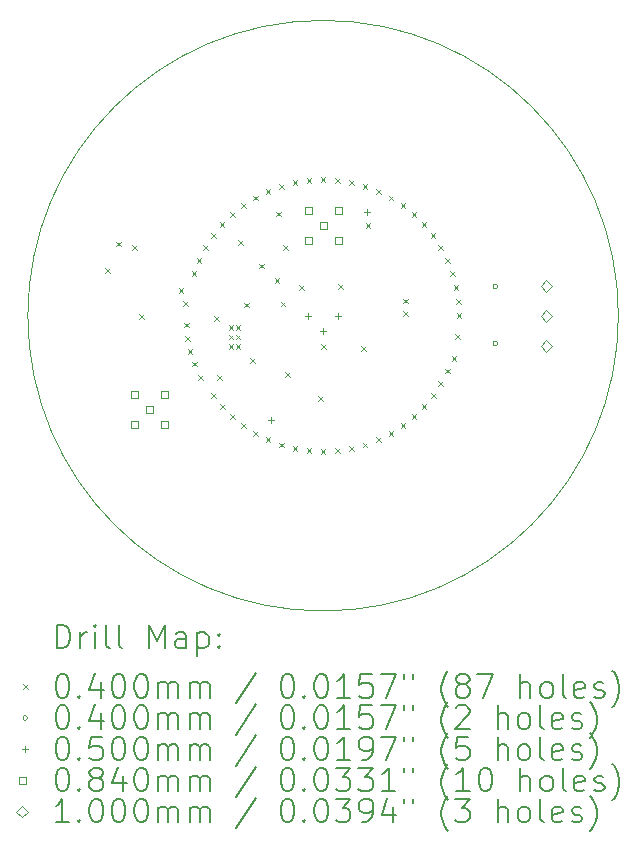
<source format=gbr>
%TF.GenerationSoftware,KiCad,Pcbnew,7.0.2*%
%TF.CreationDate,2023-05-30T15:49:42+02:00*%
%TF.ProjectId,oip_opa818,6f69705f-6f70-4613-9831-382e6b696361,rev?*%
%TF.SameCoordinates,Original*%
%TF.FileFunction,Drillmap*%
%TF.FilePolarity,Positive*%
%FSLAX45Y45*%
G04 Gerber Fmt 4.5, Leading zero omitted, Abs format (unit mm)*
G04 Created by KiCad (PCBNEW 7.0.2) date 2023-05-30 15:49:42*
%MOMM*%
%LPD*%
G01*
G04 APERTURE LIST*
%ADD10C,0.050000*%
%ADD11C,0.200000*%
%ADD12C,0.040000*%
%ADD13C,0.084000*%
%ADD14C,0.100000*%
G04 APERTURE END LIST*
D10*
X17500000Y-10000000D02*
G75*
G03*
X17500000Y-10000000I-2500000J0D01*
G01*
D11*
D12*
X13152440Y-9596440D02*
X13192440Y-9636440D01*
X13192440Y-9596440D02*
X13152440Y-9636440D01*
X13248960Y-9372920D02*
X13288960Y-9412920D01*
X13288960Y-9372920D02*
X13248960Y-9412920D01*
X13381040Y-9403400D02*
X13421040Y-9443400D01*
X13421040Y-9403400D02*
X13381040Y-9443400D01*
X13442000Y-9987600D02*
X13482000Y-10027600D01*
X13482000Y-9987600D02*
X13442000Y-10027600D01*
X13777280Y-9764080D02*
X13817280Y-9804080D01*
X13817280Y-9764080D02*
X13777280Y-9804080D01*
X13812840Y-9875840D02*
X13852840Y-9915840D01*
X13852840Y-9875840D02*
X13812840Y-9915840D01*
X13823000Y-10058720D02*
X13863000Y-10098720D01*
X13863000Y-10058720D02*
X13823000Y-10098720D01*
X13833160Y-10170480D02*
X13873160Y-10210480D01*
X13873160Y-10170480D02*
X13833160Y-10210480D01*
X13853480Y-10282240D02*
X13893480Y-10322240D01*
X13893480Y-10282240D02*
X13853480Y-10322240D01*
X13886285Y-9624631D02*
X13926285Y-9664631D01*
X13926285Y-9624631D02*
X13886285Y-9664631D01*
X13894120Y-10388920D02*
X13934120Y-10428920D01*
X13934120Y-10388920D02*
X13894120Y-10428920D01*
X13929423Y-9512253D02*
X13969423Y-9552253D01*
X13969423Y-9512253D02*
X13929423Y-9552253D01*
X13939840Y-10500680D02*
X13979840Y-10540680D01*
X13979840Y-10500680D02*
X13939840Y-10540680D01*
X13984071Y-9405000D02*
X14024071Y-9445000D01*
X14024071Y-9405000D02*
X13984071Y-9445000D01*
X14049630Y-9304047D02*
X14089630Y-9344047D01*
X14089630Y-9304047D02*
X14049630Y-9344047D01*
X14049630Y-10655953D02*
X14089630Y-10695953D01*
X14089630Y-10655953D02*
X14049630Y-10695953D01*
X14080000Y-10005000D02*
X14120000Y-10045000D01*
X14120000Y-10005000D02*
X14080000Y-10045000D01*
X14105000Y-10505000D02*
X14145000Y-10545000D01*
X14145000Y-10505000D02*
X14105000Y-10545000D01*
X14125000Y-9210000D02*
X14165000Y-9250000D01*
X14165000Y-9210000D02*
X14125000Y-9250000D01*
X14125383Y-10749500D02*
X14165383Y-10789500D01*
X14165383Y-10749500D02*
X14125383Y-10789500D01*
X14200000Y-10080000D02*
X14240000Y-10120000D01*
X14240000Y-10080000D02*
X14200000Y-10120000D01*
X14200000Y-10160000D02*
X14240000Y-10200000D01*
X14240000Y-10160000D02*
X14200000Y-10200000D01*
X14200000Y-10240000D02*
X14240000Y-10280000D01*
X14240000Y-10240000D02*
X14200000Y-10280000D01*
X14210500Y-9125384D02*
X14250500Y-9165384D01*
X14250500Y-9125384D02*
X14210500Y-9165384D01*
X14210500Y-10834617D02*
X14250500Y-10874617D01*
X14250500Y-10834617D02*
X14210500Y-10874617D01*
X14260000Y-10080000D02*
X14300000Y-10120000D01*
X14300000Y-10080000D02*
X14260000Y-10120000D01*
X14260000Y-10160000D02*
X14300000Y-10200000D01*
X14300000Y-10160000D02*
X14260000Y-10200000D01*
X14260000Y-10240000D02*
X14300000Y-10280000D01*
X14300000Y-10240000D02*
X14260000Y-10280000D01*
X14280000Y-9360000D02*
X14320000Y-9400000D01*
X14320000Y-9360000D02*
X14280000Y-9400000D01*
X14304047Y-9049631D02*
X14344047Y-9089631D01*
X14344047Y-9049631D02*
X14304047Y-9089631D01*
X14304047Y-10910370D02*
X14344047Y-10950370D01*
X14344047Y-10910370D02*
X14304047Y-10950370D01*
X14330000Y-9890000D02*
X14370000Y-9930000D01*
X14370000Y-9890000D02*
X14330000Y-9930000D01*
X14380000Y-10360000D02*
X14420000Y-10400000D01*
X14420000Y-10360000D02*
X14380000Y-10400000D01*
X14405000Y-8984071D02*
X14445000Y-9024071D01*
X14445000Y-8984071D02*
X14405000Y-9024071D01*
X14405000Y-10975929D02*
X14445000Y-11015929D01*
X14445000Y-10975929D02*
X14405000Y-11015929D01*
X14460000Y-9560000D02*
X14500000Y-9600000D01*
X14500000Y-9560000D02*
X14460000Y-9600000D01*
X14512253Y-8929423D02*
X14552253Y-8969423D01*
X14552253Y-8929423D02*
X14512253Y-8969423D01*
X14512253Y-11030577D02*
X14552253Y-11070577D01*
X14552253Y-11030577D02*
X14512253Y-11070577D01*
X14590000Y-9685000D02*
X14630000Y-9725000D01*
X14630000Y-9685000D02*
X14590000Y-9725000D01*
X14600000Y-9120000D02*
X14640000Y-9160000D01*
X14640000Y-9120000D02*
X14600000Y-9160000D01*
X14624630Y-11073715D02*
X14664630Y-11113715D01*
X14664630Y-11073715D02*
X14624630Y-11113715D01*
X14625000Y-8885000D02*
X14665000Y-8925000D01*
X14665000Y-8885000D02*
X14625000Y-8925000D01*
X14640000Y-9880000D02*
X14680000Y-9920000D01*
X14680000Y-9880000D02*
X14640000Y-9920000D01*
X14660000Y-9400000D02*
X14700000Y-9440000D01*
X14700000Y-9400000D02*
X14660000Y-9440000D01*
X14680000Y-10480000D02*
X14720000Y-10520000D01*
X14720000Y-10480000D02*
X14680000Y-10520000D01*
X14740902Y-8855130D02*
X14780902Y-8895130D01*
X14780902Y-8855130D02*
X14740902Y-8895130D01*
X14740902Y-11104870D02*
X14780902Y-11144870D01*
X14780902Y-11104870D02*
X14740902Y-11144870D01*
X14800000Y-9740000D02*
X14840000Y-9780000D01*
X14840000Y-9740000D02*
X14800000Y-9780000D01*
X14859792Y-8836300D02*
X14899792Y-8876300D01*
X14899792Y-8836300D02*
X14859792Y-8876300D01*
X14859792Y-11123700D02*
X14899792Y-11163700D01*
X14899792Y-11123700D02*
X14859792Y-11163700D01*
X14955000Y-10680000D02*
X14995000Y-10720000D01*
X14995000Y-10680000D02*
X14955000Y-10720000D01*
X14980000Y-8830000D02*
X15020000Y-8870000D01*
X15020000Y-8830000D02*
X14980000Y-8870000D01*
X14980000Y-11130000D02*
X15020000Y-11170000D01*
X15020000Y-11130000D02*
X14980000Y-11170000D01*
X14982000Y-10243000D02*
X15022000Y-10283000D01*
X15022000Y-10243000D02*
X14982000Y-10283000D01*
X15100208Y-8836300D02*
X15140208Y-8876300D01*
X15140208Y-8836300D02*
X15100208Y-8876300D01*
X15100208Y-11123700D02*
X15140208Y-11163700D01*
X15140208Y-11123700D02*
X15100208Y-11163700D01*
X15125000Y-9730000D02*
X15165000Y-9770000D01*
X15165000Y-9730000D02*
X15125000Y-9770000D01*
X15219098Y-8855130D02*
X15259098Y-8895130D01*
X15259098Y-8855130D02*
X15219098Y-8895130D01*
X15219098Y-11104870D02*
X15259098Y-11144870D01*
X15259098Y-11104870D02*
X15219098Y-11144870D01*
X15320000Y-10260000D02*
X15360000Y-10300000D01*
X15360000Y-10260000D02*
X15320000Y-10300000D01*
X15335369Y-8886285D02*
X15375369Y-8926285D01*
X15375369Y-8886285D02*
X15335369Y-8926285D01*
X15335369Y-11073715D02*
X15375369Y-11113715D01*
X15375369Y-11073715D02*
X15335369Y-11113715D01*
X15360000Y-9215000D02*
X15400000Y-9255000D01*
X15400000Y-9215000D02*
X15360000Y-9255000D01*
X15447747Y-8929423D02*
X15487747Y-8969423D01*
X15487747Y-8929423D02*
X15447747Y-8969423D01*
X15447747Y-11030577D02*
X15487747Y-11070577D01*
X15487747Y-11030577D02*
X15447747Y-11070577D01*
X15555000Y-8984071D02*
X15595000Y-9024071D01*
X15595000Y-8984071D02*
X15555000Y-9024071D01*
X15555000Y-10975929D02*
X15595000Y-11015929D01*
X15595000Y-10975929D02*
X15555000Y-11015929D01*
X15655953Y-9049631D02*
X15695953Y-9089631D01*
X15695953Y-9049631D02*
X15655953Y-9089631D01*
X15655953Y-10910370D02*
X15695953Y-10950370D01*
X15695953Y-10910370D02*
X15655953Y-10950370D01*
X15680000Y-9855000D02*
X15720000Y-9895000D01*
X15720000Y-9855000D02*
X15680000Y-9895000D01*
X15680000Y-9960000D02*
X15720000Y-10000000D01*
X15720000Y-9960000D02*
X15680000Y-10000000D01*
X15749500Y-9125384D02*
X15789500Y-9165384D01*
X15789500Y-9125384D02*
X15749500Y-9165384D01*
X15749500Y-10834617D02*
X15789500Y-10874617D01*
X15789500Y-10834617D02*
X15749500Y-10874617D01*
X15834616Y-9210500D02*
X15874616Y-9250500D01*
X15874616Y-9210500D02*
X15834616Y-9250500D01*
X15834616Y-10749500D02*
X15874616Y-10789500D01*
X15874616Y-10749500D02*
X15834616Y-10789500D01*
X15910369Y-9304047D02*
X15950369Y-9344047D01*
X15950369Y-9304047D02*
X15910369Y-9344047D01*
X15915960Y-10658160D02*
X15955960Y-10698160D01*
X15955960Y-10658160D02*
X15915960Y-10698160D01*
X15975929Y-9405000D02*
X16015929Y-9445000D01*
X16015929Y-9405000D02*
X15975929Y-9445000D01*
X15975929Y-10555000D02*
X16015929Y-10595000D01*
X16015929Y-10555000D02*
X15975929Y-10595000D01*
X16030577Y-9512253D02*
X16070577Y-9552253D01*
X16070577Y-9512253D02*
X16030577Y-9552253D01*
X16030577Y-10447747D02*
X16070577Y-10487747D01*
X16070577Y-10447747D02*
X16030577Y-10487747D01*
X16073715Y-9624631D02*
X16113715Y-9664631D01*
X16113715Y-9624631D02*
X16073715Y-9664631D01*
X16088680Y-10343200D02*
X16128680Y-10383200D01*
X16128680Y-10343200D02*
X16088680Y-10383200D01*
X16104870Y-9740902D02*
X16144870Y-9780902D01*
X16144870Y-9740902D02*
X16104870Y-9780902D01*
X16119160Y-10155240D02*
X16159160Y-10195240D01*
X16159160Y-10155240D02*
X16119160Y-10195240D01*
X16123700Y-9859792D02*
X16163700Y-9899792D01*
X16163700Y-9859792D02*
X16123700Y-9899792D01*
X16130000Y-9980000D02*
X16170000Y-10020000D01*
X16170000Y-9980000D02*
X16130000Y-10020000D01*
X16479200Y-9753600D02*
G75*
G03*
X16479200Y-9753600I-20000J0D01*
G01*
X16479200Y-10236200D02*
G75*
G03*
X16479200Y-10236200I-20000J0D01*
G01*
D10*
X14555000Y-10855000D02*
X14555000Y-10905000D01*
X14530000Y-10880000D02*
X14580000Y-10880000D01*
X14875000Y-9975000D02*
X14875000Y-10025000D01*
X14850000Y-10000000D02*
X14900000Y-10000000D01*
X15002000Y-10102000D02*
X15002000Y-10152000D01*
X14977000Y-10127000D02*
X15027000Y-10127000D01*
X15129000Y-9975000D02*
X15129000Y-10025000D01*
X15104000Y-10000000D02*
X15154000Y-10000000D01*
X15375000Y-9100000D02*
X15375000Y-9150000D01*
X15350000Y-9125000D02*
X15400000Y-9125000D01*
D13*
X13430739Y-10697699D02*
X13430739Y-10638301D01*
X13371341Y-10638301D01*
X13371341Y-10697699D01*
X13430739Y-10697699D01*
X13430739Y-10951699D02*
X13430739Y-10892301D01*
X13371341Y-10892301D01*
X13371341Y-10951699D01*
X13430739Y-10951699D01*
X13557739Y-10824699D02*
X13557739Y-10765301D01*
X13498341Y-10765301D01*
X13498341Y-10824699D01*
X13557739Y-10824699D01*
X13684739Y-10697699D02*
X13684739Y-10638301D01*
X13625341Y-10638301D01*
X13625341Y-10697699D01*
X13684739Y-10697699D01*
X13684739Y-10951699D02*
X13684739Y-10892301D01*
X13625341Y-10892301D01*
X13625341Y-10951699D01*
X13684739Y-10951699D01*
X14902699Y-9142699D02*
X14902699Y-9083301D01*
X14843301Y-9083301D01*
X14843301Y-9142699D01*
X14902699Y-9142699D01*
X14902699Y-9396699D02*
X14902699Y-9337301D01*
X14843301Y-9337301D01*
X14843301Y-9396699D01*
X14902699Y-9396699D01*
X15029699Y-9269699D02*
X15029699Y-9210301D01*
X14970301Y-9210301D01*
X14970301Y-9269699D01*
X15029699Y-9269699D01*
X15156699Y-9142699D02*
X15156699Y-9083301D01*
X15097301Y-9083301D01*
X15097301Y-9142699D01*
X15156699Y-9142699D01*
X15156699Y-9396699D02*
X15156699Y-9337301D01*
X15097301Y-9337301D01*
X15097301Y-9396699D01*
X15156699Y-9396699D01*
D14*
X16891000Y-9796000D02*
X16941000Y-9746000D01*
X16891000Y-9696000D01*
X16841000Y-9746000D01*
X16891000Y-9796000D01*
X16891000Y-10050000D02*
X16941000Y-10000000D01*
X16891000Y-9950000D01*
X16841000Y-10000000D01*
X16891000Y-10050000D01*
X16891000Y-10304000D02*
X16941000Y-10254000D01*
X16891000Y-10204000D01*
X16841000Y-10254000D01*
X16891000Y-10304000D01*
D11*
X12745119Y-12815024D02*
X12745119Y-12615024D01*
X12745119Y-12615024D02*
X12792738Y-12615024D01*
X12792738Y-12615024D02*
X12821309Y-12624548D01*
X12821309Y-12624548D02*
X12840357Y-12643595D01*
X12840357Y-12643595D02*
X12849881Y-12662643D01*
X12849881Y-12662643D02*
X12859405Y-12700738D01*
X12859405Y-12700738D02*
X12859405Y-12729309D01*
X12859405Y-12729309D02*
X12849881Y-12767405D01*
X12849881Y-12767405D02*
X12840357Y-12786452D01*
X12840357Y-12786452D02*
X12821309Y-12805500D01*
X12821309Y-12805500D02*
X12792738Y-12815024D01*
X12792738Y-12815024D02*
X12745119Y-12815024D01*
X12945119Y-12815024D02*
X12945119Y-12681690D01*
X12945119Y-12719786D02*
X12954643Y-12700738D01*
X12954643Y-12700738D02*
X12964167Y-12691214D01*
X12964167Y-12691214D02*
X12983214Y-12681690D01*
X12983214Y-12681690D02*
X13002262Y-12681690D01*
X13068928Y-12815024D02*
X13068928Y-12681690D01*
X13068928Y-12615024D02*
X13059405Y-12624548D01*
X13059405Y-12624548D02*
X13068928Y-12634071D01*
X13068928Y-12634071D02*
X13078452Y-12624548D01*
X13078452Y-12624548D02*
X13068928Y-12615024D01*
X13068928Y-12615024D02*
X13068928Y-12634071D01*
X13192738Y-12815024D02*
X13173690Y-12805500D01*
X13173690Y-12805500D02*
X13164167Y-12786452D01*
X13164167Y-12786452D02*
X13164167Y-12615024D01*
X13297500Y-12815024D02*
X13278452Y-12805500D01*
X13278452Y-12805500D02*
X13268928Y-12786452D01*
X13268928Y-12786452D02*
X13268928Y-12615024D01*
X13526071Y-12815024D02*
X13526071Y-12615024D01*
X13526071Y-12615024D02*
X13592738Y-12757881D01*
X13592738Y-12757881D02*
X13659405Y-12615024D01*
X13659405Y-12615024D02*
X13659405Y-12815024D01*
X13840357Y-12815024D02*
X13840357Y-12710262D01*
X13840357Y-12710262D02*
X13830833Y-12691214D01*
X13830833Y-12691214D02*
X13811786Y-12681690D01*
X13811786Y-12681690D02*
X13773690Y-12681690D01*
X13773690Y-12681690D02*
X13754643Y-12691214D01*
X13840357Y-12805500D02*
X13821309Y-12815024D01*
X13821309Y-12815024D02*
X13773690Y-12815024D01*
X13773690Y-12815024D02*
X13754643Y-12805500D01*
X13754643Y-12805500D02*
X13745119Y-12786452D01*
X13745119Y-12786452D02*
X13745119Y-12767405D01*
X13745119Y-12767405D02*
X13754643Y-12748357D01*
X13754643Y-12748357D02*
X13773690Y-12738833D01*
X13773690Y-12738833D02*
X13821309Y-12738833D01*
X13821309Y-12738833D02*
X13840357Y-12729309D01*
X13935595Y-12681690D02*
X13935595Y-12881690D01*
X13935595Y-12691214D02*
X13954643Y-12681690D01*
X13954643Y-12681690D02*
X13992738Y-12681690D01*
X13992738Y-12681690D02*
X14011786Y-12691214D01*
X14011786Y-12691214D02*
X14021309Y-12700738D01*
X14021309Y-12700738D02*
X14030833Y-12719786D01*
X14030833Y-12719786D02*
X14030833Y-12776928D01*
X14030833Y-12776928D02*
X14021309Y-12795976D01*
X14021309Y-12795976D02*
X14011786Y-12805500D01*
X14011786Y-12805500D02*
X13992738Y-12815024D01*
X13992738Y-12815024D02*
X13954643Y-12815024D01*
X13954643Y-12815024D02*
X13935595Y-12805500D01*
X14116548Y-12795976D02*
X14126071Y-12805500D01*
X14126071Y-12805500D02*
X14116548Y-12815024D01*
X14116548Y-12815024D02*
X14107024Y-12805500D01*
X14107024Y-12805500D02*
X14116548Y-12795976D01*
X14116548Y-12795976D02*
X14116548Y-12815024D01*
X14116548Y-12691214D02*
X14126071Y-12700738D01*
X14126071Y-12700738D02*
X14116548Y-12710262D01*
X14116548Y-12710262D02*
X14107024Y-12700738D01*
X14107024Y-12700738D02*
X14116548Y-12691214D01*
X14116548Y-12691214D02*
X14116548Y-12710262D01*
D12*
X12457500Y-13122500D02*
X12497500Y-13162500D01*
X12497500Y-13122500D02*
X12457500Y-13162500D01*
D11*
X12783214Y-13035024D02*
X12802262Y-13035024D01*
X12802262Y-13035024D02*
X12821309Y-13044548D01*
X12821309Y-13044548D02*
X12830833Y-13054071D01*
X12830833Y-13054071D02*
X12840357Y-13073119D01*
X12840357Y-13073119D02*
X12849881Y-13111214D01*
X12849881Y-13111214D02*
X12849881Y-13158833D01*
X12849881Y-13158833D02*
X12840357Y-13196928D01*
X12840357Y-13196928D02*
X12830833Y-13215976D01*
X12830833Y-13215976D02*
X12821309Y-13225500D01*
X12821309Y-13225500D02*
X12802262Y-13235024D01*
X12802262Y-13235024D02*
X12783214Y-13235024D01*
X12783214Y-13235024D02*
X12764167Y-13225500D01*
X12764167Y-13225500D02*
X12754643Y-13215976D01*
X12754643Y-13215976D02*
X12745119Y-13196928D01*
X12745119Y-13196928D02*
X12735595Y-13158833D01*
X12735595Y-13158833D02*
X12735595Y-13111214D01*
X12735595Y-13111214D02*
X12745119Y-13073119D01*
X12745119Y-13073119D02*
X12754643Y-13054071D01*
X12754643Y-13054071D02*
X12764167Y-13044548D01*
X12764167Y-13044548D02*
X12783214Y-13035024D01*
X12935595Y-13215976D02*
X12945119Y-13225500D01*
X12945119Y-13225500D02*
X12935595Y-13235024D01*
X12935595Y-13235024D02*
X12926071Y-13225500D01*
X12926071Y-13225500D02*
X12935595Y-13215976D01*
X12935595Y-13215976D02*
X12935595Y-13235024D01*
X13116548Y-13101690D02*
X13116548Y-13235024D01*
X13068928Y-13025500D02*
X13021309Y-13168357D01*
X13021309Y-13168357D02*
X13145119Y-13168357D01*
X13259405Y-13035024D02*
X13278452Y-13035024D01*
X13278452Y-13035024D02*
X13297500Y-13044548D01*
X13297500Y-13044548D02*
X13307024Y-13054071D01*
X13307024Y-13054071D02*
X13316548Y-13073119D01*
X13316548Y-13073119D02*
X13326071Y-13111214D01*
X13326071Y-13111214D02*
X13326071Y-13158833D01*
X13326071Y-13158833D02*
X13316548Y-13196928D01*
X13316548Y-13196928D02*
X13307024Y-13215976D01*
X13307024Y-13215976D02*
X13297500Y-13225500D01*
X13297500Y-13225500D02*
X13278452Y-13235024D01*
X13278452Y-13235024D02*
X13259405Y-13235024D01*
X13259405Y-13235024D02*
X13240357Y-13225500D01*
X13240357Y-13225500D02*
X13230833Y-13215976D01*
X13230833Y-13215976D02*
X13221309Y-13196928D01*
X13221309Y-13196928D02*
X13211786Y-13158833D01*
X13211786Y-13158833D02*
X13211786Y-13111214D01*
X13211786Y-13111214D02*
X13221309Y-13073119D01*
X13221309Y-13073119D02*
X13230833Y-13054071D01*
X13230833Y-13054071D02*
X13240357Y-13044548D01*
X13240357Y-13044548D02*
X13259405Y-13035024D01*
X13449881Y-13035024D02*
X13468929Y-13035024D01*
X13468929Y-13035024D02*
X13487976Y-13044548D01*
X13487976Y-13044548D02*
X13497500Y-13054071D01*
X13497500Y-13054071D02*
X13507024Y-13073119D01*
X13507024Y-13073119D02*
X13516548Y-13111214D01*
X13516548Y-13111214D02*
X13516548Y-13158833D01*
X13516548Y-13158833D02*
X13507024Y-13196928D01*
X13507024Y-13196928D02*
X13497500Y-13215976D01*
X13497500Y-13215976D02*
X13487976Y-13225500D01*
X13487976Y-13225500D02*
X13468929Y-13235024D01*
X13468929Y-13235024D02*
X13449881Y-13235024D01*
X13449881Y-13235024D02*
X13430833Y-13225500D01*
X13430833Y-13225500D02*
X13421309Y-13215976D01*
X13421309Y-13215976D02*
X13411786Y-13196928D01*
X13411786Y-13196928D02*
X13402262Y-13158833D01*
X13402262Y-13158833D02*
X13402262Y-13111214D01*
X13402262Y-13111214D02*
X13411786Y-13073119D01*
X13411786Y-13073119D02*
X13421309Y-13054071D01*
X13421309Y-13054071D02*
X13430833Y-13044548D01*
X13430833Y-13044548D02*
X13449881Y-13035024D01*
X13602262Y-13235024D02*
X13602262Y-13101690D01*
X13602262Y-13120738D02*
X13611786Y-13111214D01*
X13611786Y-13111214D02*
X13630833Y-13101690D01*
X13630833Y-13101690D02*
X13659405Y-13101690D01*
X13659405Y-13101690D02*
X13678452Y-13111214D01*
X13678452Y-13111214D02*
X13687976Y-13130262D01*
X13687976Y-13130262D02*
X13687976Y-13235024D01*
X13687976Y-13130262D02*
X13697500Y-13111214D01*
X13697500Y-13111214D02*
X13716548Y-13101690D01*
X13716548Y-13101690D02*
X13745119Y-13101690D01*
X13745119Y-13101690D02*
X13764167Y-13111214D01*
X13764167Y-13111214D02*
X13773690Y-13130262D01*
X13773690Y-13130262D02*
X13773690Y-13235024D01*
X13868929Y-13235024D02*
X13868929Y-13101690D01*
X13868929Y-13120738D02*
X13878452Y-13111214D01*
X13878452Y-13111214D02*
X13897500Y-13101690D01*
X13897500Y-13101690D02*
X13926071Y-13101690D01*
X13926071Y-13101690D02*
X13945119Y-13111214D01*
X13945119Y-13111214D02*
X13954643Y-13130262D01*
X13954643Y-13130262D02*
X13954643Y-13235024D01*
X13954643Y-13130262D02*
X13964167Y-13111214D01*
X13964167Y-13111214D02*
X13983214Y-13101690D01*
X13983214Y-13101690D02*
X14011786Y-13101690D01*
X14011786Y-13101690D02*
X14030833Y-13111214D01*
X14030833Y-13111214D02*
X14040357Y-13130262D01*
X14040357Y-13130262D02*
X14040357Y-13235024D01*
X14430833Y-13025500D02*
X14259405Y-13282643D01*
X14687976Y-13035024D02*
X14707024Y-13035024D01*
X14707024Y-13035024D02*
X14726072Y-13044548D01*
X14726072Y-13044548D02*
X14735595Y-13054071D01*
X14735595Y-13054071D02*
X14745119Y-13073119D01*
X14745119Y-13073119D02*
X14754643Y-13111214D01*
X14754643Y-13111214D02*
X14754643Y-13158833D01*
X14754643Y-13158833D02*
X14745119Y-13196928D01*
X14745119Y-13196928D02*
X14735595Y-13215976D01*
X14735595Y-13215976D02*
X14726072Y-13225500D01*
X14726072Y-13225500D02*
X14707024Y-13235024D01*
X14707024Y-13235024D02*
X14687976Y-13235024D01*
X14687976Y-13235024D02*
X14668929Y-13225500D01*
X14668929Y-13225500D02*
X14659405Y-13215976D01*
X14659405Y-13215976D02*
X14649881Y-13196928D01*
X14649881Y-13196928D02*
X14640357Y-13158833D01*
X14640357Y-13158833D02*
X14640357Y-13111214D01*
X14640357Y-13111214D02*
X14649881Y-13073119D01*
X14649881Y-13073119D02*
X14659405Y-13054071D01*
X14659405Y-13054071D02*
X14668929Y-13044548D01*
X14668929Y-13044548D02*
X14687976Y-13035024D01*
X14840357Y-13215976D02*
X14849881Y-13225500D01*
X14849881Y-13225500D02*
X14840357Y-13235024D01*
X14840357Y-13235024D02*
X14830833Y-13225500D01*
X14830833Y-13225500D02*
X14840357Y-13215976D01*
X14840357Y-13215976D02*
X14840357Y-13235024D01*
X14973691Y-13035024D02*
X14992738Y-13035024D01*
X14992738Y-13035024D02*
X15011786Y-13044548D01*
X15011786Y-13044548D02*
X15021310Y-13054071D01*
X15021310Y-13054071D02*
X15030833Y-13073119D01*
X15030833Y-13073119D02*
X15040357Y-13111214D01*
X15040357Y-13111214D02*
X15040357Y-13158833D01*
X15040357Y-13158833D02*
X15030833Y-13196928D01*
X15030833Y-13196928D02*
X15021310Y-13215976D01*
X15021310Y-13215976D02*
X15011786Y-13225500D01*
X15011786Y-13225500D02*
X14992738Y-13235024D01*
X14992738Y-13235024D02*
X14973691Y-13235024D01*
X14973691Y-13235024D02*
X14954643Y-13225500D01*
X14954643Y-13225500D02*
X14945119Y-13215976D01*
X14945119Y-13215976D02*
X14935595Y-13196928D01*
X14935595Y-13196928D02*
X14926072Y-13158833D01*
X14926072Y-13158833D02*
X14926072Y-13111214D01*
X14926072Y-13111214D02*
X14935595Y-13073119D01*
X14935595Y-13073119D02*
X14945119Y-13054071D01*
X14945119Y-13054071D02*
X14954643Y-13044548D01*
X14954643Y-13044548D02*
X14973691Y-13035024D01*
X15230833Y-13235024D02*
X15116548Y-13235024D01*
X15173691Y-13235024D02*
X15173691Y-13035024D01*
X15173691Y-13035024D02*
X15154643Y-13063595D01*
X15154643Y-13063595D02*
X15135595Y-13082643D01*
X15135595Y-13082643D02*
X15116548Y-13092167D01*
X15411786Y-13035024D02*
X15316548Y-13035024D01*
X15316548Y-13035024D02*
X15307024Y-13130262D01*
X15307024Y-13130262D02*
X15316548Y-13120738D01*
X15316548Y-13120738D02*
X15335595Y-13111214D01*
X15335595Y-13111214D02*
X15383214Y-13111214D01*
X15383214Y-13111214D02*
X15402262Y-13120738D01*
X15402262Y-13120738D02*
X15411786Y-13130262D01*
X15411786Y-13130262D02*
X15421310Y-13149309D01*
X15421310Y-13149309D02*
X15421310Y-13196928D01*
X15421310Y-13196928D02*
X15411786Y-13215976D01*
X15411786Y-13215976D02*
X15402262Y-13225500D01*
X15402262Y-13225500D02*
X15383214Y-13235024D01*
X15383214Y-13235024D02*
X15335595Y-13235024D01*
X15335595Y-13235024D02*
X15316548Y-13225500D01*
X15316548Y-13225500D02*
X15307024Y-13215976D01*
X15487976Y-13035024D02*
X15621310Y-13035024D01*
X15621310Y-13035024D02*
X15535595Y-13235024D01*
X15687976Y-13035024D02*
X15687976Y-13073119D01*
X15764167Y-13035024D02*
X15764167Y-13073119D01*
X16059405Y-13311214D02*
X16049881Y-13301690D01*
X16049881Y-13301690D02*
X16030834Y-13273119D01*
X16030834Y-13273119D02*
X16021310Y-13254071D01*
X16021310Y-13254071D02*
X16011786Y-13225500D01*
X16011786Y-13225500D02*
X16002262Y-13177881D01*
X16002262Y-13177881D02*
X16002262Y-13139786D01*
X16002262Y-13139786D02*
X16011786Y-13092167D01*
X16011786Y-13092167D02*
X16021310Y-13063595D01*
X16021310Y-13063595D02*
X16030834Y-13044548D01*
X16030834Y-13044548D02*
X16049881Y-13015976D01*
X16049881Y-13015976D02*
X16059405Y-13006452D01*
X16164167Y-13120738D02*
X16145119Y-13111214D01*
X16145119Y-13111214D02*
X16135595Y-13101690D01*
X16135595Y-13101690D02*
X16126072Y-13082643D01*
X16126072Y-13082643D02*
X16126072Y-13073119D01*
X16126072Y-13073119D02*
X16135595Y-13054071D01*
X16135595Y-13054071D02*
X16145119Y-13044548D01*
X16145119Y-13044548D02*
X16164167Y-13035024D01*
X16164167Y-13035024D02*
X16202262Y-13035024D01*
X16202262Y-13035024D02*
X16221310Y-13044548D01*
X16221310Y-13044548D02*
X16230834Y-13054071D01*
X16230834Y-13054071D02*
X16240357Y-13073119D01*
X16240357Y-13073119D02*
X16240357Y-13082643D01*
X16240357Y-13082643D02*
X16230834Y-13101690D01*
X16230834Y-13101690D02*
X16221310Y-13111214D01*
X16221310Y-13111214D02*
X16202262Y-13120738D01*
X16202262Y-13120738D02*
X16164167Y-13120738D01*
X16164167Y-13120738D02*
X16145119Y-13130262D01*
X16145119Y-13130262D02*
X16135595Y-13139786D01*
X16135595Y-13139786D02*
X16126072Y-13158833D01*
X16126072Y-13158833D02*
X16126072Y-13196928D01*
X16126072Y-13196928D02*
X16135595Y-13215976D01*
X16135595Y-13215976D02*
X16145119Y-13225500D01*
X16145119Y-13225500D02*
X16164167Y-13235024D01*
X16164167Y-13235024D02*
X16202262Y-13235024D01*
X16202262Y-13235024D02*
X16221310Y-13225500D01*
X16221310Y-13225500D02*
X16230834Y-13215976D01*
X16230834Y-13215976D02*
X16240357Y-13196928D01*
X16240357Y-13196928D02*
X16240357Y-13158833D01*
X16240357Y-13158833D02*
X16230834Y-13139786D01*
X16230834Y-13139786D02*
X16221310Y-13130262D01*
X16221310Y-13130262D02*
X16202262Y-13120738D01*
X16307024Y-13035024D02*
X16440357Y-13035024D01*
X16440357Y-13035024D02*
X16354643Y-13235024D01*
X16668929Y-13235024D02*
X16668929Y-13035024D01*
X16754643Y-13235024D02*
X16754643Y-13130262D01*
X16754643Y-13130262D02*
X16745119Y-13111214D01*
X16745119Y-13111214D02*
X16726072Y-13101690D01*
X16726072Y-13101690D02*
X16697500Y-13101690D01*
X16697500Y-13101690D02*
X16678453Y-13111214D01*
X16678453Y-13111214D02*
X16668929Y-13120738D01*
X16878453Y-13235024D02*
X16859405Y-13225500D01*
X16859405Y-13225500D02*
X16849881Y-13215976D01*
X16849881Y-13215976D02*
X16840358Y-13196928D01*
X16840358Y-13196928D02*
X16840358Y-13139786D01*
X16840358Y-13139786D02*
X16849881Y-13120738D01*
X16849881Y-13120738D02*
X16859405Y-13111214D01*
X16859405Y-13111214D02*
X16878453Y-13101690D01*
X16878453Y-13101690D02*
X16907024Y-13101690D01*
X16907024Y-13101690D02*
X16926072Y-13111214D01*
X16926072Y-13111214D02*
X16935596Y-13120738D01*
X16935596Y-13120738D02*
X16945119Y-13139786D01*
X16945119Y-13139786D02*
X16945119Y-13196928D01*
X16945119Y-13196928D02*
X16935596Y-13215976D01*
X16935596Y-13215976D02*
X16926072Y-13225500D01*
X16926072Y-13225500D02*
X16907024Y-13235024D01*
X16907024Y-13235024D02*
X16878453Y-13235024D01*
X17059405Y-13235024D02*
X17040358Y-13225500D01*
X17040358Y-13225500D02*
X17030834Y-13206452D01*
X17030834Y-13206452D02*
X17030834Y-13035024D01*
X17211786Y-13225500D02*
X17192739Y-13235024D01*
X17192739Y-13235024D02*
X17154643Y-13235024D01*
X17154643Y-13235024D02*
X17135596Y-13225500D01*
X17135596Y-13225500D02*
X17126072Y-13206452D01*
X17126072Y-13206452D02*
X17126072Y-13130262D01*
X17126072Y-13130262D02*
X17135596Y-13111214D01*
X17135596Y-13111214D02*
X17154643Y-13101690D01*
X17154643Y-13101690D02*
X17192739Y-13101690D01*
X17192739Y-13101690D02*
X17211786Y-13111214D01*
X17211786Y-13111214D02*
X17221310Y-13130262D01*
X17221310Y-13130262D02*
X17221310Y-13149309D01*
X17221310Y-13149309D02*
X17126072Y-13168357D01*
X17297500Y-13225500D02*
X17316548Y-13235024D01*
X17316548Y-13235024D02*
X17354643Y-13235024D01*
X17354643Y-13235024D02*
X17373691Y-13225500D01*
X17373691Y-13225500D02*
X17383215Y-13206452D01*
X17383215Y-13206452D02*
X17383215Y-13196928D01*
X17383215Y-13196928D02*
X17373691Y-13177881D01*
X17373691Y-13177881D02*
X17354643Y-13168357D01*
X17354643Y-13168357D02*
X17326072Y-13168357D01*
X17326072Y-13168357D02*
X17307024Y-13158833D01*
X17307024Y-13158833D02*
X17297500Y-13139786D01*
X17297500Y-13139786D02*
X17297500Y-13130262D01*
X17297500Y-13130262D02*
X17307024Y-13111214D01*
X17307024Y-13111214D02*
X17326072Y-13101690D01*
X17326072Y-13101690D02*
X17354643Y-13101690D01*
X17354643Y-13101690D02*
X17373691Y-13111214D01*
X17449881Y-13311214D02*
X17459405Y-13301690D01*
X17459405Y-13301690D02*
X17478453Y-13273119D01*
X17478453Y-13273119D02*
X17487977Y-13254071D01*
X17487977Y-13254071D02*
X17497500Y-13225500D01*
X17497500Y-13225500D02*
X17507024Y-13177881D01*
X17507024Y-13177881D02*
X17507024Y-13139786D01*
X17507024Y-13139786D02*
X17497500Y-13092167D01*
X17497500Y-13092167D02*
X17487977Y-13063595D01*
X17487977Y-13063595D02*
X17478453Y-13044548D01*
X17478453Y-13044548D02*
X17459405Y-13015976D01*
X17459405Y-13015976D02*
X17449881Y-13006452D01*
D12*
X12497500Y-13406500D02*
G75*
G03*
X12497500Y-13406500I-20000J0D01*
G01*
D11*
X12783214Y-13299024D02*
X12802262Y-13299024D01*
X12802262Y-13299024D02*
X12821309Y-13308548D01*
X12821309Y-13308548D02*
X12830833Y-13318071D01*
X12830833Y-13318071D02*
X12840357Y-13337119D01*
X12840357Y-13337119D02*
X12849881Y-13375214D01*
X12849881Y-13375214D02*
X12849881Y-13422833D01*
X12849881Y-13422833D02*
X12840357Y-13460928D01*
X12840357Y-13460928D02*
X12830833Y-13479976D01*
X12830833Y-13479976D02*
X12821309Y-13489500D01*
X12821309Y-13489500D02*
X12802262Y-13499024D01*
X12802262Y-13499024D02*
X12783214Y-13499024D01*
X12783214Y-13499024D02*
X12764167Y-13489500D01*
X12764167Y-13489500D02*
X12754643Y-13479976D01*
X12754643Y-13479976D02*
X12745119Y-13460928D01*
X12745119Y-13460928D02*
X12735595Y-13422833D01*
X12735595Y-13422833D02*
X12735595Y-13375214D01*
X12735595Y-13375214D02*
X12745119Y-13337119D01*
X12745119Y-13337119D02*
X12754643Y-13318071D01*
X12754643Y-13318071D02*
X12764167Y-13308548D01*
X12764167Y-13308548D02*
X12783214Y-13299024D01*
X12935595Y-13479976D02*
X12945119Y-13489500D01*
X12945119Y-13489500D02*
X12935595Y-13499024D01*
X12935595Y-13499024D02*
X12926071Y-13489500D01*
X12926071Y-13489500D02*
X12935595Y-13479976D01*
X12935595Y-13479976D02*
X12935595Y-13499024D01*
X13116548Y-13365690D02*
X13116548Y-13499024D01*
X13068928Y-13289500D02*
X13021309Y-13432357D01*
X13021309Y-13432357D02*
X13145119Y-13432357D01*
X13259405Y-13299024D02*
X13278452Y-13299024D01*
X13278452Y-13299024D02*
X13297500Y-13308548D01*
X13297500Y-13308548D02*
X13307024Y-13318071D01*
X13307024Y-13318071D02*
X13316548Y-13337119D01*
X13316548Y-13337119D02*
X13326071Y-13375214D01*
X13326071Y-13375214D02*
X13326071Y-13422833D01*
X13326071Y-13422833D02*
X13316548Y-13460928D01*
X13316548Y-13460928D02*
X13307024Y-13479976D01*
X13307024Y-13479976D02*
X13297500Y-13489500D01*
X13297500Y-13489500D02*
X13278452Y-13499024D01*
X13278452Y-13499024D02*
X13259405Y-13499024D01*
X13259405Y-13499024D02*
X13240357Y-13489500D01*
X13240357Y-13489500D02*
X13230833Y-13479976D01*
X13230833Y-13479976D02*
X13221309Y-13460928D01*
X13221309Y-13460928D02*
X13211786Y-13422833D01*
X13211786Y-13422833D02*
X13211786Y-13375214D01*
X13211786Y-13375214D02*
X13221309Y-13337119D01*
X13221309Y-13337119D02*
X13230833Y-13318071D01*
X13230833Y-13318071D02*
X13240357Y-13308548D01*
X13240357Y-13308548D02*
X13259405Y-13299024D01*
X13449881Y-13299024D02*
X13468929Y-13299024D01*
X13468929Y-13299024D02*
X13487976Y-13308548D01*
X13487976Y-13308548D02*
X13497500Y-13318071D01*
X13497500Y-13318071D02*
X13507024Y-13337119D01*
X13507024Y-13337119D02*
X13516548Y-13375214D01*
X13516548Y-13375214D02*
X13516548Y-13422833D01*
X13516548Y-13422833D02*
X13507024Y-13460928D01*
X13507024Y-13460928D02*
X13497500Y-13479976D01*
X13497500Y-13479976D02*
X13487976Y-13489500D01*
X13487976Y-13489500D02*
X13468929Y-13499024D01*
X13468929Y-13499024D02*
X13449881Y-13499024D01*
X13449881Y-13499024D02*
X13430833Y-13489500D01*
X13430833Y-13489500D02*
X13421309Y-13479976D01*
X13421309Y-13479976D02*
X13411786Y-13460928D01*
X13411786Y-13460928D02*
X13402262Y-13422833D01*
X13402262Y-13422833D02*
X13402262Y-13375214D01*
X13402262Y-13375214D02*
X13411786Y-13337119D01*
X13411786Y-13337119D02*
X13421309Y-13318071D01*
X13421309Y-13318071D02*
X13430833Y-13308548D01*
X13430833Y-13308548D02*
X13449881Y-13299024D01*
X13602262Y-13499024D02*
X13602262Y-13365690D01*
X13602262Y-13384738D02*
X13611786Y-13375214D01*
X13611786Y-13375214D02*
X13630833Y-13365690D01*
X13630833Y-13365690D02*
X13659405Y-13365690D01*
X13659405Y-13365690D02*
X13678452Y-13375214D01*
X13678452Y-13375214D02*
X13687976Y-13394262D01*
X13687976Y-13394262D02*
X13687976Y-13499024D01*
X13687976Y-13394262D02*
X13697500Y-13375214D01*
X13697500Y-13375214D02*
X13716548Y-13365690D01*
X13716548Y-13365690D02*
X13745119Y-13365690D01*
X13745119Y-13365690D02*
X13764167Y-13375214D01*
X13764167Y-13375214D02*
X13773690Y-13394262D01*
X13773690Y-13394262D02*
X13773690Y-13499024D01*
X13868929Y-13499024D02*
X13868929Y-13365690D01*
X13868929Y-13384738D02*
X13878452Y-13375214D01*
X13878452Y-13375214D02*
X13897500Y-13365690D01*
X13897500Y-13365690D02*
X13926071Y-13365690D01*
X13926071Y-13365690D02*
X13945119Y-13375214D01*
X13945119Y-13375214D02*
X13954643Y-13394262D01*
X13954643Y-13394262D02*
X13954643Y-13499024D01*
X13954643Y-13394262D02*
X13964167Y-13375214D01*
X13964167Y-13375214D02*
X13983214Y-13365690D01*
X13983214Y-13365690D02*
X14011786Y-13365690D01*
X14011786Y-13365690D02*
X14030833Y-13375214D01*
X14030833Y-13375214D02*
X14040357Y-13394262D01*
X14040357Y-13394262D02*
X14040357Y-13499024D01*
X14430833Y-13289500D02*
X14259405Y-13546643D01*
X14687976Y-13299024D02*
X14707024Y-13299024D01*
X14707024Y-13299024D02*
X14726072Y-13308548D01*
X14726072Y-13308548D02*
X14735595Y-13318071D01*
X14735595Y-13318071D02*
X14745119Y-13337119D01*
X14745119Y-13337119D02*
X14754643Y-13375214D01*
X14754643Y-13375214D02*
X14754643Y-13422833D01*
X14754643Y-13422833D02*
X14745119Y-13460928D01*
X14745119Y-13460928D02*
X14735595Y-13479976D01*
X14735595Y-13479976D02*
X14726072Y-13489500D01*
X14726072Y-13489500D02*
X14707024Y-13499024D01*
X14707024Y-13499024D02*
X14687976Y-13499024D01*
X14687976Y-13499024D02*
X14668929Y-13489500D01*
X14668929Y-13489500D02*
X14659405Y-13479976D01*
X14659405Y-13479976D02*
X14649881Y-13460928D01*
X14649881Y-13460928D02*
X14640357Y-13422833D01*
X14640357Y-13422833D02*
X14640357Y-13375214D01*
X14640357Y-13375214D02*
X14649881Y-13337119D01*
X14649881Y-13337119D02*
X14659405Y-13318071D01*
X14659405Y-13318071D02*
X14668929Y-13308548D01*
X14668929Y-13308548D02*
X14687976Y-13299024D01*
X14840357Y-13479976D02*
X14849881Y-13489500D01*
X14849881Y-13489500D02*
X14840357Y-13499024D01*
X14840357Y-13499024D02*
X14830833Y-13489500D01*
X14830833Y-13489500D02*
X14840357Y-13479976D01*
X14840357Y-13479976D02*
X14840357Y-13499024D01*
X14973691Y-13299024D02*
X14992738Y-13299024D01*
X14992738Y-13299024D02*
X15011786Y-13308548D01*
X15011786Y-13308548D02*
X15021310Y-13318071D01*
X15021310Y-13318071D02*
X15030833Y-13337119D01*
X15030833Y-13337119D02*
X15040357Y-13375214D01*
X15040357Y-13375214D02*
X15040357Y-13422833D01*
X15040357Y-13422833D02*
X15030833Y-13460928D01*
X15030833Y-13460928D02*
X15021310Y-13479976D01*
X15021310Y-13479976D02*
X15011786Y-13489500D01*
X15011786Y-13489500D02*
X14992738Y-13499024D01*
X14992738Y-13499024D02*
X14973691Y-13499024D01*
X14973691Y-13499024D02*
X14954643Y-13489500D01*
X14954643Y-13489500D02*
X14945119Y-13479976D01*
X14945119Y-13479976D02*
X14935595Y-13460928D01*
X14935595Y-13460928D02*
X14926072Y-13422833D01*
X14926072Y-13422833D02*
X14926072Y-13375214D01*
X14926072Y-13375214D02*
X14935595Y-13337119D01*
X14935595Y-13337119D02*
X14945119Y-13318071D01*
X14945119Y-13318071D02*
X14954643Y-13308548D01*
X14954643Y-13308548D02*
X14973691Y-13299024D01*
X15230833Y-13499024D02*
X15116548Y-13499024D01*
X15173691Y-13499024D02*
X15173691Y-13299024D01*
X15173691Y-13299024D02*
X15154643Y-13327595D01*
X15154643Y-13327595D02*
X15135595Y-13346643D01*
X15135595Y-13346643D02*
X15116548Y-13356167D01*
X15411786Y-13299024D02*
X15316548Y-13299024D01*
X15316548Y-13299024D02*
X15307024Y-13394262D01*
X15307024Y-13394262D02*
X15316548Y-13384738D01*
X15316548Y-13384738D02*
X15335595Y-13375214D01*
X15335595Y-13375214D02*
X15383214Y-13375214D01*
X15383214Y-13375214D02*
X15402262Y-13384738D01*
X15402262Y-13384738D02*
X15411786Y-13394262D01*
X15411786Y-13394262D02*
X15421310Y-13413309D01*
X15421310Y-13413309D02*
X15421310Y-13460928D01*
X15421310Y-13460928D02*
X15411786Y-13479976D01*
X15411786Y-13479976D02*
X15402262Y-13489500D01*
X15402262Y-13489500D02*
X15383214Y-13499024D01*
X15383214Y-13499024D02*
X15335595Y-13499024D01*
X15335595Y-13499024D02*
X15316548Y-13489500D01*
X15316548Y-13489500D02*
X15307024Y-13479976D01*
X15487976Y-13299024D02*
X15621310Y-13299024D01*
X15621310Y-13299024D02*
X15535595Y-13499024D01*
X15687976Y-13299024D02*
X15687976Y-13337119D01*
X15764167Y-13299024D02*
X15764167Y-13337119D01*
X16059405Y-13575214D02*
X16049881Y-13565690D01*
X16049881Y-13565690D02*
X16030834Y-13537119D01*
X16030834Y-13537119D02*
X16021310Y-13518071D01*
X16021310Y-13518071D02*
X16011786Y-13489500D01*
X16011786Y-13489500D02*
X16002262Y-13441881D01*
X16002262Y-13441881D02*
X16002262Y-13403786D01*
X16002262Y-13403786D02*
X16011786Y-13356167D01*
X16011786Y-13356167D02*
X16021310Y-13327595D01*
X16021310Y-13327595D02*
X16030834Y-13308548D01*
X16030834Y-13308548D02*
X16049881Y-13279976D01*
X16049881Y-13279976D02*
X16059405Y-13270452D01*
X16126072Y-13318071D02*
X16135595Y-13308548D01*
X16135595Y-13308548D02*
X16154643Y-13299024D01*
X16154643Y-13299024D02*
X16202262Y-13299024D01*
X16202262Y-13299024D02*
X16221310Y-13308548D01*
X16221310Y-13308548D02*
X16230834Y-13318071D01*
X16230834Y-13318071D02*
X16240357Y-13337119D01*
X16240357Y-13337119D02*
X16240357Y-13356167D01*
X16240357Y-13356167D02*
X16230834Y-13384738D01*
X16230834Y-13384738D02*
X16116548Y-13499024D01*
X16116548Y-13499024D02*
X16240357Y-13499024D01*
X16478453Y-13499024D02*
X16478453Y-13299024D01*
X16564167Y-13499024D02*
X16564167Y-13394262D01*
X16564167Y-13394262D02*
X16554643Y-13375214D01*
X16554643Y-13375214D02*
X16535596Y-13365690D01*
X16535596Y-13365690D02*
X16507024Y-13365690D01*
X16507024Y-13365690D02*
X16487976Y-13375214D01*
X16487976Y-13375214D02*
X16478453Y-13384738D01*
X16687976Y-13499024D02*
X16668929Y-13489500D01*
X16668929Y-13489500D02*
X16659405Y-13479976D01*
X16659405Y-13479976D02*
X16649881Y-13460928D01*
X16649881Y-13460928D02*
X16649881Y-13403786D01*
X16649881Y-13403786D02*
X16659405Y-13384738D01*
X16659405Y-13384738D02*
X16668929Y-13375214D01*
X16668929Y-13375214D02*
X16687976Y-13365690D01*
X16687976Y-13365690D02*
X16716548Y-13365690D01*
X16716548Y-13365690D02*
X16735596Y-13375214D01*
X16735596Y-13375214D02*
X16745119Y-13384738D01*
X16745119Y-13384738D02*
X16754643Y-13403786D01*
X16754643Y-13403786D02*
X16754643Y-13460928D01*
X16754643Y-13460928D02*
X16745119Y-13479976D01*
X16745119Y-13479976D02*
X16735596Y-13489500D01*
X16735596Y-13489500D02*
X16716548Y-13499024D01*
X16716548Y-13499024D02*
X16687976Y-13499024D01*
X16868929Y-13499024D02*
X16849881Y-13489500D01*
X16849881Y-13489500D02*
X16840358Y-13470452D01*
X16840358Y-13470452D02*
X16840358Y-13299024D01*
X17021310Y-13489500D02*
X17002262Y-13499024D01*
X17002262Y-13499024D02*
X16964167Y-13499024D01*
X16964167Y-13499024D02*
X16945119Y-13489500D01*
X16945119Y-13489500D02*
X16935596Y-13470452D01*
X16935596Y-13470452D02*
X16935596Y-13394262D01*
X16935596Y-13394262D02*
X16945119Y-13375214D01*
X16945119Y-13375214D02*
X16964167Y-13365690D01*
X16964167Y-13365690D02*
X17002262Y-13365690D01*
X17002262Y-13365690D02*
X17021310Y-13375214D01*
X17021310Y-13375214D02*
X17030834Y-13394262D01*
X17030834Y-13394262D02*
X17030834Y-13413309D01*
X17030834Y-13413309D02*
X16935596Y-13432357D01*
X17107024Y-13489500D02*
X17126072Y-13499024D01*
X17126072Y-13499024D02*
X17164167Y-13499024D01*
X17164167Y-13499024D02*
X17183215Y-13489500D01*
X17183215Y-13489500D02*
X17192739Y-13470452D01*
X17192739Y-13470452D02*
X17192739Y-13460928D01*
X17192739Y-13460928D02*
X17183215Y-13441881D01*
X17183215Y-13441881D02*
X17164167Y-13432357D01*
X17164167Y-13432357D02*
X17135596Y-13432357D01*
X17135596Y-13432357D02*
X17116548Y-13422833D01*
X17116548Y-13422833D02*
X17107024Y-13403786D01*
X17107024Y-13403786D02*
X17107024Y-13394262D01*
X17107024Y-13394262D02*
X17116548Y-13375214D01*
X17116548Y-13375214D02*
X17135596Y-13365690D01*
X17135596Y-13365690D02*
X17164167Y-13365690D01*
X17164167Y-13365690D02*
X17183215Y-13375214D01*
X17259405Y-13575214D02*
X17268929Y-13565690D01*
X17268929Y-13565690D02*
X17287977Y-13537119D01*
X17287977Y-13537119D02*
X17297500Y-13518071D01*
X17297500Y-13518071D02*
X17307024Y-13489500D01*
X17307024Y-13489500D02*
X17316548Y-13441881D01*
X17316548Y-13441881D02*
X17316548Y-13403786D01*
X17316548Y-13403786D02*
X17307024Y-13356167D01*
X17307024Y-13356167D02*
X17297500Y-13327595D01*
X17297500Y-13327595D02*
X17287977Y-13308548D01*
X17287977Y-13308548D02*
X17268929Y-13279976D01*
X17268929Y-13279976D02*
X17259405Y-13270452D01*
D10*
X12472500Y-13645500D02*
X12472500Y-13695500D01*
X12447500Y-13670500D02*
X12497500Y-13670500D01*
D11*
X12783214Y-13563024D02*
X12802262Y-13563024D01*
X12802262Y-13563024D02*
X12821309Y-13572548D01*
X12821309Y-13572548D02*
X12830833Y-13582071D01*
X12830833Y-13582071D02*
X12840357Y-13601119D01*
X12840357Y-13601119D02*
X12849881Y-13639214D01*
X12849881Y-13639214D02*
X12849881Y-13686833D01*
X12849881Y-13686833D02*
X12840357Y-13724928D01*
X12840357Y-13724928D02*
X12830833Y-13743976D01*
X12830833Y-13743976D02*
X12821309Y-13753500D01*
X12821309Y-13753500D02*
X12802262Y-13763024D01*
X12802262Y-13763024D02*
X12783214Y-13763024D01*
X12783214Y-13763024D02*
X12764167Y-13753500D01*
X12764167Y-13753500D02*
X12754643Y-13743976D01*
X12754643Y-13743976D02*
X12745119Y-13724928D01*
X12745119Y-13724928D02*
X12735595Y-13686833D01*
X12735595Y-13686833D02*
X12735595Y-13639214D01*
X12735595Y-13639214D02*
X12745119Y-13601119D01*
X12745119Y-13601119D02*
X12754643Y-13582071D01*
X12754643Y-13582071D02*
X12764167Y-13572548D01*
X12764167Y-13572548D02*
X12783214Y-13563024D01*
X12935595Y-13743976D02*
X12945119Y-13753500D01*
X12945119Y-13753500D02*
X12935595Y-13763024D01*
X12935595Y-13763024D02*
X12926071Y-13753500D01*
X12926071Y-13753500D02*
X12935595Y-13743976D01*
X12935595Y-13743976D02*
X12935595Y-13763024D01*
X13126071Y-13563024D02*
X13030833Y-13563024D01*
X13030833Y-13563024D02*
X13021309Y-13658262D01*
X13021309Y-13658262D02*
X13030833Y-13648738D01*
X13030833Y-13648738D02*
X13049881Y-13639214D01*
X13049881Y-13639214D02*
X13097500Y-13639214D01*
X13097500Y-13639214D02*
X13116548Y-13648738D01*
X13116548Y-13648738D02*
X13126071Y-13658262D01*
X13126071Y-13658262D02*
X13135595Y-13677309D01*
X13135595Y-13677309D02*
X13135595Y-13724928D01*
X13135595Y-13724928D02*
X13126071Y-13743976D01*
X13126071Y-13743976D02*
X13116548Y-13753500D01*
X13116548Y-13753500D02*
X13097500Y-13763024D01*
X13097500Y-13763024D02*
X13049881Y-13763024D01*
X13049881Y-13763024D02*
X13030833Y-13753500D01*
X13030833Y-13753500D02*
X13021309Y-13743976D01*
X13259405Y-13563024D02*
X13278452Y-13563024D01*
X13278452Y-13563024D02*
X13297500Y-13572548D01*
X13297500Y-13572548D02*
X13307024Y-13582071D01*
X13307024Y-13582071D02*
X13316548Y-13601119D01*
X13316548Y-13601119D02*
X13326071Y-13639214D01*
X13326071Y-13639214D02*
X13326071Y-13686833D01*
X13326071Y-13686833D02*
X13316548Y-13724928D01*
X13316548Y-13724928D02*
X13307024Y-13743976D01*
X13307024Y-13743976D02*
X13297500Y-13753500D01*
X13297500Y-13753500D02*
X13278452Y-13763024D01*
X13278452Y-13763024D02*
X13259405Y-13763024D01*
X13259405Y-13763024D02*
X13240357Y-13753500D01*
X13240357Y-13753500D02*
X13230833Y-13743976D01*
X13230833Y-13743976D02*
X13221309Y-13724928D01*
X13221309Y-13724928D02*
X13211786Y-13686833D01*
X13211786Y-13686833D02*
X13211786Y-13639214D01*
X13211786Y-13639214D02*
X13221309Y-13601119D01*
X13221309Y-13601119D02*
X13230833Y-13582071D01*
X13230833Y-13582071D02*
X13240357Y-13572548D01*
X13240357Y-13572548D02*
X13259405Y-13563024D01*
X13449881Y-13563024D02*
X13468929Y-13563024D01*
X13468929Y-13563024D02*
X13487976Y-13572548D01*
X13487976Y-13572548D02*
X13497500Y-13582071D01*
X13497500Y-13582071D02*
X13507024Y-13601119D01*
X13507024Y-13601119D02*
X13516548Y-13639214D01*
X13516548Y-13639214D02*
X13516548Y-13686833D01*
X13516548Y-13686833D02*
X13507024Y-13724928D01*
X13507024Y-13724928D02*
X13497500Y-13743976D01*
X13497500Y-13743976D02*
X13487976Y-13753500D01*
X13487976Y-13753500D02*
X13468929Y-13763024D01*
X13468929Y-13763024D02*
X13449881Y-13763024D01*
X13449881Y-13763024D02*
X13430833Y-13753500D01*
X13430833Y-13753500D02*
X13421309Y-13743976D01*
X13421309Y-13743976D02*
X13411786Y-13724928D01*
X13411786Y-13724928D02*
X13402262Y-13686833D01*
X13402262Y-13686833D02*
X13402262Y-13639214D01*
X13402262Y-13639214D02*
X13411786Y-13601119D01*
X13411786Y-13601119D02*
X13421309Y-13582071D01*
X13421309Y-13582071D02*
X13430833Y-13572548D01*
X13430833Y-13572548D02*
X13449881Y-13563024D01*
X13602262Y-13763024D02*
X13602262Y-13629690D01*
X13602262Y-13648738D02*
X13611786Y-13639214D01*
X13611786Y-13639214D02*
X13630833Y-13629690D01*
X13630833Y-13629690D02*
X13659405Y-13629690D01*
X13659405Y-13629690D02*
X13678452Y-13639214D01*
X13678452Y-13639214D02*
X13687976Y-13658262D01*
X13687976Y-13658262D02*
X13687976Y-13763024D01*
X13687976Y-13658262D02*
X13697500Y-13639214D01*
X13697500Y-13639214D02*
X13716548Y-13629690D01*
X13716548Y-13629690D02*
X13745119Y-13629690D01*
X13745119Y-13629690D02*
X13764167Y-13639214D01*
X13764167Y-13639214D02*
X13773690Y-13658262D01*
X13773690Y-13658262D02*
X13773690Y-13763024D01*
X13868929Y-13763024D02*
X13868929Y-13629690D01*
X13868929Y-13648738D02*
X13878452Y-13639214D01*
X13878452Y-13639214D02*
X13897500Y-13629690D01*
X13897500Y-13629690D02*
X13926071Y-13629690D01*
X13926071Y-13629690D02*
X13945119Y-13639214D01*
X13945119Y-13639214D02*
X13954643Y-13658262D01*
X13954643Y-13658262D02*
X13954643Y-13763024D01*
X13954643Y-13658262D02*
X13964167Y-13639214D01*
X13964167Y-13639214D02*
X13983214Y-13629690D01*
X13983214Y-13629690D02*
X14011786Y-13629690D01*
X14011786Y-13629690D02*
X14030833Y-13639214D01*
X14030833Y-13639214D02*
X14040357Y-13658262D01*
X14040357Y-13658262D02*
X14040357Y-13763024D01*
X14430833Y-13553500D02*
X14259405Y-13810643D01*
X14687976Y-13563024D02*
X14707024Y-13563024D01*
X14707024Y-13563024D02*
X14726072Y-13572548D01*
X14726072Y-13572548D02*
X14735595Y-13582071D01*
X14735595Y-13582071D02*
X14745119Y-13601119D01*
X14745119Y-13601119D02*
X14754643Y-13639214D01*
X14754643Y-13639214D02*
X14754643Y-13686833D01*
X14754643Y-13686833D02*
X14745119Y-13724928D01*
X14745119Y-13724928D02*
X14735595Y-13743976D01*
X14735595Y-13743976D02*
X14726072Y-13753500D01*
X14726072Y-13753500D02*
X14707024Y-13763024D01*
X14707024Y-13763024D02*
X14687976Y-13763024D01*
X14687976Y-13763024D02*
X14668929Y-13753500D01*
X14668929Y-13753500D02*
X14659405Y-13743976D01*
X14659405Y-13743976D02*
X14649881Y-13724928D01*
X14649881Y-13724928D02*
X14640357Y-13686833D01*
X14640357Y-13686833D02*
X14640357Y-13639214D01*
X14640357Y-13639214D02*
X14649881Y-13601119D01*
X14649881Y-13601119D02*
X14659405Y-13582071D01*
X14659405Y-13582071D02*
X14668929Y-13572548D01*
X14668929Y-13572548D02*
X14687976Y-13563024D01*
X14840357Y-13743976D02*
X14849881Y-13753500D01*
X14849881Y-13753500D02*
X14840357Y-13763024D01*
X14840357Y-13763024D02*
X14830833Y-13753500D01*
X14830833Y-13753500D02*
X14840357Y-13743976D01*
X14840357Y-13743976D02*
X14840357Y-13763024D01*
X14973691Y-13563024D02*
X14992738Y-13563024D01*
X14992738Y-13563024D02*
X15011786Y-13572548D01*
X15011786Y-13572548D02*
X15021310Y-13582071D01*
X15021310Y-13582071D02*
X15030833Y-13601119D01*
X15030833Y-13601119D02*
X15040357Y-13639214D01*
X15040357Y-13639214D02*
X15040357Y-13686833D01*
X15040357Y-13686833D02*
X15030833Y-13724928D01*
X15030833Y-13724928D02*
X15021310Y-13743976D01*
X15021310Y-13743976D02*
X15011786Y-13753500D01*
X15011786Y-13753500D02*
X14992738Y-13763024D01*
X14992738Y-13763024D02*
X14973691Y-13763024D01*
X14973691Y-13763024D02*
X14954643Y-13753500D01*
X14954643Y-13753500D02*
X14945119Y-13743976D01*
X14945119Y-13743976D02*
X14935595Y-13724928D01*
X14935595Y-13724928D02*
X14926072Y-13686833D01*
X14926072Y-13686833D02*
X14926072Y-13639214D01*
X14926072Y-13639214D02*
X14935595Y-13601119D01*
X14935595Y-13601119D02*
X14945119Y-13582071D01*
X14945119Y-13582071D02*
X14954643Y-13572548D01*
X14954643Y-13572548D02*
X14973691Y-13563024D01*
X15230833Y-13763024D02*
X15116548Y-13763024D01*
X15173691Y-13763024D02*
X15173691Y-13563024D01*
X15173691Y-13563024D02*
X15154643Y-13591595D01*
X15154643Y-13591595D02*
X15135595Y-13610643D01*
X15135595Y-13610643D02*
X15116548Y-13620167D01*
X15326072Y-13763024D02*
X15364167Y-13763024D01*
X15364167Y-13763024D02*
X15383214Y-13753500D01*
X15383214Y-13753500D02*
X15392738Y-13743976D01*
X15392738Y-13743976D02*
X15411786Y-13715405D01*
X15411786Y-13715405D02*
X15421310Y-13677309D01*
X15421310Y-13677309D02*
X15421310Y-13601119D01*
X15421310Y-13601119D02*
X15411786Y-13582071D01*
X15411786Y-13582071D02*
X15402262Y-13572548D01*
X15402262Y-13572548D02*
X15383214Y-13563024D01*
X15383214Y-13563024D02*
X15345119Y-13563024D01*
X15345119Y-13563024D02*
X15326072Y-13572548D01*
X15326072Y-13572548D02*
X15316548Y-13582071D01*
X15316548Y-13582071D02*
X15307024Y-13601119D01*
X15307024Y-13601119D02*
X15307024Y-13648738D01*
X15307024Y-13648738D02*
X15316548Y-13667786D01*
X15316548Y-13667786D02*
X15326072Y-13677309D01*
X15326072Y-13677309D02*
X15345119Y-13686833D01*
X15345119Y-13686833D02*
X15383214Y-13686833D01*
X15383214Y-13686833D02*
X15402262Y-13677309D01*
X15402262Y-13677309D02*
X15411786Y-13667786D01*
X15411786Y-13667786D02*
X15421310Y-13648738D01*
X15487976Y-13563024D02*
X15621310Y-13563024D01*
X15621310Y-13563024D02*
X15535595Y-13763024D01*
X15687976Y-13563024D02*
X15687976Y-13601119D01*
X15764167Y-13563024D02*
X15764167Y-13601119D01*
X16059405Y-13839214D02*
X16049881Y-13829690D01*
X16049881Y-13829690D02*
X16030834Y-13801119D01*
X16030834Y-13801119D02*
X16021310Y-13782071D01*
X16021310Y-13782071D02*
X16011786Y-13753500D01*
X16011786Y-13753500D02*
X16002262Y-13705881D01*
X16002262Y-13705881D02*
X16002262Y-13667786D01*
X16002262Y-13667786D02*
X16011786Y-13620167D01*
X16011786Y-13620167D02*
X16021310Y-13591595D01*
X16021310Y-13591595D02*
X16030834Y-13572548D01*
X16030834Y-13572548D02*
X16049881Y-13543976D01*
X16049881Y-13543976D02*
X16059405Y-13534452D01*
X16230834Y-13563024D02*
X16135595Y-13563024D01*
X16135595Y-13563024D02*
X16126072Y-13658262D01*
X16126072Y-13658262D02*
X16135595Y-13648738D01*
X16135595Y-13648738D02*
X16154643Y-13639214D01*
X16154643Y-13639214D02*
X16202262Y-13639214D01*
X16202262Y-13639214D02*
X16221310Y-13648738D01*
X16221310Y-13648738D02*
X16230834Y-13658262D01*
X16230834Y-13658262D02*
X16240357Y-13677309D01*
X16240357Y-13677309D02*
X16240357Y-13724928D01*
X16240357Y-13724928D02*
X16230834Y-13743976D01*
X16230834Y-13743976D02*
X16221310Y-13753500D01*
X16221310Y-13753500D02*
X16202262Y-13763024D01*
X16202262Y-13763024D02*
X16154643Y-13763024D01*
X16154643Y-13763024D02*
X16135595Y-13753500D01*
X16135595Y-13753500D02*
X16126072Y-13743976D01*
X16478453Y-13763024D02*
X16478453Y-13563024D01*
X16564167Y-13763024D02*
X16564167Y-13658262D01*
X16564167Y-13658262D02*
X16554643Y-13639214D01*
X16554643Y-13639214D02*
X16535596Y-13629690D01*
X16535596Y-13629690D02*
X16507024Y-13629690D01*
X16507024Y-13629690D02*
X16487976Y-13639214D01*
X16487976Y-13639214D02*
X16478453Y-13648738D01*
X16687976Y-13763024D02*
X16668929Y-13753500D01*
X16668929Y-13753500D02*
X16659405Y-13743976D01*
X16659405Y-13743976D02*
X16649881Y-13724928D01*
X16649881Y-13724928D02*
X16649881Y-13667786D01*
X16649881Y-13667786D02*
X16659405Y-13648738D01*
X16659405Y-13648738D02*
X16668929Y-13639214D01*
X16668929Y-13639214D02*
X16687976Y-13629690D01*
X16687976Y-13629690D02*
X16716548Y-13629690D01*
X16716548Y-13629690D02*
X16735596Y-13639214D01*
X16735596Y-13639214D02*
X16745119Y-13648738D01*
X16745119Y-13648738D02*
X16754643Y-13667786D01*
X16754643Y-13667786D02*
X16754643Y-13724928D01*
X16754643Y-13724928D02*
X16745119Y-13743976D01*
X16745119Y-13743976D02*
X16735596Y-13753500D01*
X16735596Y-13753500D02*
X16716548Y-13763024D01*
X16716548Y-13763024D02*
X16687976Y-13763024D01*
X16868929Y-13763024D02*
X16849881Y-13753500D01*
X16849881Y-13753500D02*
X16840358Y-13734452D01*
X16840358Y-13734452D02*
X16840358Y-13563024D01*
X17021310Y-13753500D02*
X17002262Y-13763024D01*
X17002262Y-13763024D02*
X16964167Y-13763024D01*
X16964167Y-13763024D02*
X16945119Y-13753500D01*
X16945119Y-13753500D02*
X16935596Y-13734452D01*
X16935596Y-13734452D02*
X16935596Y-13658262D01*
X16935596Y-13658262D02*
X16945119Y-13639214D01*
X16945119Y-13639214D02*
X16964167Y-13629690D01*
X16964167Y-13629690D02*
X17002262Y-13629690D01*
X17002262Y-13629690D02*
X17021310Y-13639214D01*
X17021310Y-13639214D02*
X17030834Y-13658262D01*
X17030834Y-13658262D02*
X17030834Y-13677309D01*
X17030834Y-13677309D02*
X16935596Y-13696357D01*
X17107024Y-13753500D02*
X17126072Y-13763024D01*
X17126072Y-13763024D02*
X17164167Y-13763024D01*
X17164167Y-13763024D02*
X17183215Y-13753500D01*
X17183215Y-13753500D02*
X17192739Y-13734452D01*
X17192739Y-13734452D02*
X17192739Y-13724928D01*
X17192739Y-13724928D02*
X17183215Y-13705881D01*
X17183215Y-13705881D02*
X17164167Y-13696357D01*
X17164167Y-13696357D02*
X17135596Y-13696357D01*
X17135596Y-13696357D02*
X17116548Y-13686833D01*
X17116548Y-13686833D02*
X17107024Y-13667786D01*
X17107024Y-13667786D02*
X17107024Y-13658262D01*
X17107024Y-13658262D02*
X17116548Y-13639214D01*
X17116548Y-13639214D02*
X17135596Y-13629690D01*
X17135596Y-13629690D02*
X17164167Y-13629690D01*
X17164167Y-13629690D02*
X17183215Y-13639214D01*
X17259405Y-13839214D02*
X17268929Y-13829690D01*
X17268929Y-13829690D02*
X17287977Y-13801119D01*
X17287977Y-13801119D02*
X17297500Y-13782071D01*
X17297500Y-13782071D02*
X17307024Y-13753500D01*
X17307024Y-13753500D02*
X17316548Y-13705881D01*
X17316548Y-13705881D02*
X17316548Y-13667786D01*
X17316548Y-13667786D02*
X17307024Y-13620167D01*
X17307024Y-13620167D02*
X17297500Y-13591595D01*
X17297500Y-13591595D02*
X17287977Y-13572548D01*
X17287977Y-13572548D02*
X17268929Y-13543976D01*
X17268929Y-13543976D02*
X17259405Y-13534452D01*
D13*
X12485199Y-13964199D02*
X12485199Y-13904801D01*
X12425801Y-13904801D01*
X12425801Y-13964199D01*
X12485199Y-13964199D01*
D11*
X12783214Y-13827024D02*
X12802262Y-13827024D01*
X12802262Y-13827024D02*
X12821309Y-13836548D01*
X12821309Y-13836548D02*
X12830833Y-13846071D01*
X12830833Y-13846071D02*
X12840357Y-13865119D01*
X12840357Y-13865119D02*
X12849881Y-13903214D01*
X12849881Y-13903214D02*
X12849881Y-13950833D01*
X12849881Y-13950833D02*
X12840357Y-13988928D01*
X12840357Y-13988928D02*
X12830833Y-14007976D01*
X12830833Y-14007976D02*
X12821309Y-14017500D01*
X12821309Y-14017500D02*
X12802262Y-14027024D01*
X12802262Y-14027024D02*
X12783214Y-14027024D01*
X12783214Y-14027024D02*
X12764167Y-14017500D01*
X12764167Y-14017500D02*
X12754643Y-14007976D01*
X12754643Y-14007976D02*
X12745119Y-13988928D01*
X12745119Y-13988928D02*
X12735595Y-13950833D01*
X12735595Y-13950833D02*
X12735595Y-13903214D01*
X12735595Y-13903214D02*
X12745119Y-13865119D01*
X12745119Y-13865119D02*
X12754643Y-13846071D01*
X12754643Y-13846071D02*
X12764167Y-13836548D01*
X12764167Y-13836548D02*
X12783214Y-13827024D01*
X12935595Y-14007976D02*
X12945119Y-14017500D01*
X12945119Y-14017500D02*
X12935595Y-14027024D01*
X12935595Y-14027024D02*
X12926071Y-14017500D01*
X12926071Y-14017500D02*
X12935595Y-14007976D01*
X12935595Y-14007976D02*
X12935595Y-14027024D01*
X13059405Y-13912738D02*
X13040357Y-13903214D01*
X13040357Y-13903214D02*
X13030833Y-13893690D01*
X13030833Y-13893690D02*
X13021309Y-13874643D01*
X13021309Y-13874643D02*
X13021309Y-13865119D01*
X13021309Y-13865119D02*
X13030833Y-13846071D01*
X13030833Y-13846071D02*
X13040357Y-13836548D01*
X13040357Y-13836548D02*
X13059405Y-13827024D01*
X13059405Y-13827024D02*
X13097500Y-13827024D01*
X13097500Y-13827024D02*
X13116548Y-13836548D01*
X13116548Y-13836548D02*
X13126071Y-13846071D01*
X13126071Y-13846071D02*
X13135595Y-13865119D01*
X13135595Y-13865119D02*
X13135595Y-13874643D01*
X13135595Y-13874643D02*
X13126071Y-13893690D01*
X13126071Y-13893690D02*
X13116548Y-13903214D01*
X13116548Y-13903214D02*
X13097500Y-13912738D01*
X13097500Y-13912738D02*
X13059405Y-13912738D01*
X13059405Y-13912738D02*
X13040357Y-13922262D01*
X13040357Y-13922262D02*
X13030833Y-13931786D01*
X13030833Y-13931786D02*
X13021309Y-13950833D01*
X13021309Y-13950833D02*
X13021309Y-13988928D01*
X13021309Y-13988928D02*
X13030833Y-14007976D01*
X13030833Y-14007976D02*
X13040357Y-14017500D01*
X13040357Y-14017500D02*
X13059405Y-14027024D01*
X13059405Y-14027024D02*
X13097500Y-14027024D01*
X13097500Y-14027024D02*
X13116548Y-14017500D01*
X13116548Y-14017500D02*
X13126071Y-14007976D01*
X13126071Y-14007976D02*
X13135595Y-13988928D01*
X13135595Y-13988928D02*
X13135595Y-13950833D01*
X13135595Y-13950833D02*
X13126071Y-13931786D01*
X13126071Y-13931786D02*
X13116548Y-13922262D01*
X13116548Y-13922262D02*
X13097500Y-13912738D01*
X13307024Y-13893690D02*
X13307024Y-14027024D01*
X13259405Y-13817500D02*
X13211786Y-13960357D01*
X13211786Y-13960357D02*
X13335595Y-13960357D01*
X13449881Y-13827024D02*
X13468929Y-13827024D01*
X13468929Y-13827024D02*
X13487976Y-13836548D01*
X13487976Y-13836548D02*
X13497500Y-13846071D01*
X13497500Y-13846071D02*
X13507024Y-13865119D01*
X13507024Y-13865119D02*
X13516548Y-13903214D01*
X13516548Y-13903214D02*
X13516548Y-13950833D01*
X13516548Y-13950833D02*
X13507024Y-13988928D01*
X13507024Y-13988928D02*
X13497500Y-14007976D01*
X13497500Y-14007976D02*
X13487976Y-14017500D01*
X13487976Y-14017500D02*
X13468929Y-14027024D01*
X13468929Y-14027024D02*
X13449881Y-14027024D01*
X13449881Y-14027024D02*
X13430833Y-14017500D01*
X13430833Y-14017500D02*
X13421309Y-14007976D01*
X13421309Y-14007976D02*
X13411786Y-13988928D01*
X13411786Y-13988928D02*
X13402262Y-13950833D01*
X13402262Y-13950833D02*
X13402262Y-13903214D01*
X13402262Y-13903214D02*
X13411786Y-13865119D01*
X13411786Y-13865119D02*
X13421309Y-13846071D01*
X13421309Y-13846071D02*
X13430833Y-13836548D01*
X13430833Y-13836548D02*
X13449881Y-13827024D01*
X13602262Y-14027024D02*
X13602262Y-13893690D01*
X13602262Y-13912738D02*
X13611786Y-13903214D01*
X13611786Y-13903214D02*
X13630833Y-13893690D01*
X13630833Y-13893690D02*
X13659405Y-13893690D01*
X13659405Y-13893690D02*
X13678452Y-13903214D01*
X13678452Y-13903214D02*
X13687976Y-13922262D01*
X13687976Y-13922262D02*
X13687976Y-14027024D01*
X13687976Y-13922262D02*
X13697500Y-13903214D01*
X13697500Y-13903214D02*
X13716548Y-13893690D01*
X13716548Y-13893690D02*
X13745119Y-13893690D01*
X13745119Y-13893690D02*
X13764167Y-13903214D01*
X13764167Y-13903214D02*
X13773690Y-13922262D01*
X13773690Y-13922262D02*
X13773690Y-14027024D01*
X13868929Y-14027024D02*
X13868929Y-13893690D01*
X13868929Y-13912738D02*
X13878452Y-13903214D01*
X13878452Y-13903214D02*
X13897500Y-13893690D01*
X13897500Y-13893690D02*
X13926071Y-13893690D01*
X13926071Y-13893690D02*
X13945119Y-13903214D01*
X13945119Y-13903214D02*
X13954643Y-13922262D01*
X13954643Y-13922262D02*
X13954643Y-14027024D01*
X13954643Y-13922262D02*
X13964167Y-13903214D01*
X13964167Y-13903214D02*
X13983214Y-13893690D01*
X13983214Y-13893690D02*
X14011786Y-13893690D01*
X14011786Y-13893690D02*
X14030833Y-13903214D01*
X14030833Y-13903214D02*
X14040357Y-13922262D01*
X14040357Y-13922262D02*
X14040357Y-14027024D01*
X14430833Y-13817500D02*
X14259405Y-14074643D01*
X14687976Y-13827024D02*
X14707024Y-13827024D01*
X14707024Y-13827024D02*
X14726072Y-13836548D01*
X14726072Y-13836548D02*
X14735595Y-13846071D01*
X14735595Y-13846071D02*
X14745119Y-13865119D01*
X14745119Y-13865119D02*
X14754643Y-13903214D01*
X14754643Y-13903214D02*
X14754643Y-13950833D01*
X14754643Y-13950833D02*
X14745119Y-13988928D01*
X14745119Y-13988928D02*
X14735595Y-14007976D01*
X14735595Y-14007976D02*
X14726072Y-14017500D01*
X14726072Y-14017500D02*
X14707024Y-14027024D01*
X14707024Y-14027024D02*
X14687976Y-14027024D01*
X14687976Y-14027024D02*
X14668929Y-14017500D01*
X14668929Y-14017500D02*
X14659405Y-14007976D01*
X14659405Y-14007976D02*
X14649881Y-13988928D01*
X14649881Y-13988928D02*
X14640357Y-13950833D01*
X14640357Y-13950833D02*
X14640357Y-13903214D01*
X14640357Y-13903214D02*
X14649881Y-13865119D01*
X14649881Y-13865119D02*
X14659405Y-13846071D01*
X14659405Y-13846071D02*
X14668929Y-13836548D01*
X14668929Y-13836548D02*
X14687976Y-13827024D01*
X14840357Y-14007976D02*
X14849881Y-14017500D01*
X14849881Y-14017500D02*
X14840357Y-14027024D01*
X14840357Y-14027024D02*
X14830833Y-14017500D01*
X14830833Y-14017500D02*
X14840357Y-14007976D01*
X14840357Y-14007976D02*
X14840357Y-14027024D01*
X14973691Y-13827024D02*
X14992738Y-13827024D01*
X14992738Y-13827024D02*
X15011786Y-13836548D01*
X15011786Y-13836548D02*
X15021310Y-13846071D01*
X15021310Y-13846071D02*
X15030833Y-13865119D01*
X15030833Y-13865119D02*
X15040357Y-13903214D01*
X15040357Y-13903214D02*
X15040357Y-13950833D01*
X15040357Y-13950833D02*
X15030833Y-13988928D01*
X15030833Y-13988928D02*
X15021310Y-14007976D01*
X15021310Y-14007976D02*
X15011786Y-14017500D01*
X15011786Y-14017500D02*
X14992738Y-14027024D01*
X14992738Y-14027024D02*
X14973691Y-14027024D01*
X14973691Y-14027024D02*
X14954643Y-14017500D01*
X14954643Y-14017500D02*
X14945119Y-14007976D01*
X14945119Y-14007976D02*
X14935595Y-13988928D01*
X14935595Y-13988928D02*
X14926072Y-13950833D01*
X14926072Y-13950833D02*
X14926072Y-13903214D01*
X14926072Y-13903214D02*
X14935595Y-13865119D01*
X14935595Y-13865119D02*
X14945119Y-13846071D01*
X14945119Y-13846071D02*
X14954643Y-13836548D01*
X14954643Y-13836548D02*
X14973691Y-13827024D01*
X15107024Y-13827024D02*
X15230833Y-13827024D01*
X15230833Y-13827024D02*
X15164167Y-13903214D01*
X15164167Y-13903214D02*
X15192738Y-13903214D01*
X15192738Y-13903214D02*
X15211786Y-13912738D01*
X15211786Y-13912738D02*
X15221310Y-13922262D01*
X15221310Y-13922262D02*
X15230833Y-13941309D01*
X15230833Y-13941309D02*
X15230833Y-13988928D01*
X15230833Y-13988928D02*
X15221310Y-14007976D01*
X15221310Y-14007976D02*
X15211786Y-14017500D01*
X15211786Y-14017500D02*
X15192738Y-14027024D01*
X15192738Y-14027024D02*
X15135595Y-14027024D01*
X15135595Y-14027024D02*
X15116548Y-14017500D01*
X15116548Y-14017500D02*
X15107024Y-14007976D01*
X15297500Y-13827024D02*
X15421310Y-13827024D01*
X15421310Y-13827024D02*
X15354643Y-13903214D01*
X15354643Y-13903214D02*
X15383214Y-13903214D01*
X15383214Y-13903214D02*
X15402262Y-13912738D01*
X15402262Y-13912738D02*
X15411786Y-13922262D01*
X15411786Y-13922262D02*
X15421310Y-13941309D01*
X15421310Y-13941309D02*
X15421310Y-13988928D01*
X15421310Y-13988928D02*
X15411786Y-14007976D01*
X15411786Y-14007976D02*
X15402262Y-14017500D01*
X15402262Y-14017500D02*
X15383214Y-14027024D01*
X15383214Y-14027024D02*
X15326072Y-14027024D01*
X15326072Y-14027024D02*
X15307024Y-14017500D01*
X15307024Y-14017500D02*
X15297500Y-14007976D01*
X15611786Y-14027024D02*
X15497500Y-14027024D01*
X15554643Y-14027024D02*
X15554643Y-13827024D01*
X15554643Y-13827024D02*
X15535595Y-13855595D01*
X15535595Y-13855595D02*
X15516548Y-13874643D01*
X15516548Y-13874643D02*
X15497500Y-13884167D01*
X15687976Y-13827024D02*
X15687976Y-13865119D01*
X15764167Y-13827024D02*
X15764167Y-13865119D01*
X16059405Y-14103214D02*
X16049881Y-14093690D01*
X16049881Y-14093690D02*
X16030834Y-14065119D01*
X16030834Y-14065119D02*
X16021310Y-14046071D01*
X16021310Y-14046071D02*
X16011786Y-14017500D01*
X16011786Y-14017500D02*
X16002262Y-13969881D01*
X16002262Y-13969881D02*
X16002262Y-13931786D01*
X16002262Y-13931786D02*
X16011786Y-13884167D01*
X16011786Y-13884167D02*
X16021310Y-13855595D01*
X16021310Y-13855595D02*
X16030834Y-13836548D01*
X16030834Y-13836548D02*
X16049881Y-13807976D01*
X16049881Y-13807976D02*
X16059405Y-13798452D01*
X16240357Y-14027024D02*
X16126072Y-14027024D01*
X16183214Y-14027024D02*
X16183214Y-13827024D01*
X16183214Y-13827024D02*
X16164167Y-13855595D01*
X16164167Y-13855595D02*
X16145119Y-13874643D01*
X16145119Y-13874643D02*
X16126072Y-13884167D01*
X16364167Y-13827024D02*
X16383215Y-13827024D01*
X16383215Y-13827024D02*
X16402262Y-13836548D01*
X16402262Y-13836548D02*
X16411786Y-13846071D01*
X16411786Y-13846071D02*
X16421310Y-13865119D01*
X16421310Y-13865119D02*
X16430834Y-13903214D01*
X16430834Y-13903214D02*
X16430834Y-13950833D01*
X16430834Y-13950833D02*
X16421310Y-13988928D01*
X16421310Y-13988928D02*
X16411786Y-14007976D01*
X16411786Y-14007976D02*
X16402262Y-14017500D01*
X16402262Y-14017500D02*
X16383215Y-14027024D01*
X16383215Y-14027024D02*
X16364167Y-14027024D01*
X16364167Y-14027024D02*
X16345119Y-14017500D01*
X16345119Y-14017500D02*
X16335595Y-14007976D01*
X16335595Y-14007976D02*
X16326072Y-13988928D01*
X16326072Y-13988928D02*
X16316548Y-13950833D01*
X16316548Y-13950833D02*
X16316548Y-13903214D01*
X16316548Y-13903214D02*
X16326072Y-13865119D01*
X16326072Y-13865119D02*
X16335595Y-13846071D01*
X16335595Y-13846071D02*
X16345119Y-13836548D01*
X16345119Y-13836548D02*
X16364167Y-13827024D01*
X16668929Y-14027024D02*
X16668929Y-13827024D01*
X16754643Y-14027024D02*
X16754643Y-13922262D01*
X16754643Y-13922262D02*
X16745119Y-13903214D01*
X16745119Y-13903214D02*
X16726072Y-13893690D01*
X16726072Y-13893690D02*
X16697500Y-13893690D01*
X16697500Y-13893690D02*
X16678453Y-13903214D01*
X16678453Y-13903214D02*
X16668929Y-13912738D01*
X16878453Y-14027024D02*
X16859405Y-14017500D01*
X16859405Y-14017500D02*
X16849881Y-14007976D01*
X16849881Y-14007976D02*
X16840358Y-13988928D01*
X16840358Y-13988928D02*
X16840358Y-13931786D01*
X16840358Y-13931786D02*
X16849881Y-13912738D01*
X16849881Y-13912738D02*
X16859405Y-13903214D01*
X16859405Y-13903214D02*
X16878453Y-13893690D01*
X16878453Y-13893690D02*
X16907024Y-13893690D01*
X16907024Y-13893690D02*
X16926072Y-13903214D01*
X16926072Y-13903214D02*
X16935596Y-13912738D01*
X16935596Y-13912738D02*
X16945119Y-13931786D01*
X16945119Y-13931786D02*
X16945119Y-13988928D01*
X16945119Y-13988928D02*
X16935596Y-14007976D01*
X16935596Y-14007976D02*
X16926072Y-14017500D01*
X16926072Y-14017500D02*
X16907024Y-14027024D01*
X16907024Y-14027024D02*
X16878453Y-14027024D01*
X17059405Y-14027024D02*
X17040358Y-14017500D01*
X17040358Y-14017500D02*
X17030834Y-13998452D01*
X17030834Y-13998452D02*
X17030834Y-13827024D01*
X17211786Y-14017500D02*
X17192739Y-14027024D01*
X17192739Y-14027024D02*
X17154643Y-14027024D01*
X17154643Y-14027024D02*
X17135596Y-14017500D01*
X17135596Y-14017500D02*
X17126072Y-13998452D01*
X17126072Y-13998452D02*
X17126072Y-13922262D01*
X17126072Y-13922262D02*
X17135596Y-13903214D01*
X17135596Y-13903214D02*
X17154643Y-13893690D01*
X17154643Y-13893690D02*
X17192739Y-13893690D01*
X17192739Y-13893690D02*
X17211786Y-13903214D01*
X17211786Y-13903214D02*
X17221310Y-13922262D01*
X17221310Y-13922262D02*
X17221310Y-13941309D01*
X17221310Y-13941309D02*
X17126072Y-13960357D01*
X17297500Y-14017500D02*
X17316548Y-14027024D01*
X17316548Y-14027024D02*
X17354643Y-14027024D01*
X17354643Y-14027024D02*
X17373691Y-14017500D01*
X17373691Y-14017500D02*
X17383215Y-13998452D01*
X17383215Y-13998452D02*
X17383215Y-13988928D01*
X17383215Y-13988928D02*
X17373691Y-13969881D01*
X17373691Y-13969881D02*
X17354643Y-13960357D01*
X17354643Y-13960357D02*
X17326072Y-13960357D01*
X17326072Y-13960357D02*
X17307024Y-13950833D01*
X17307024Y-13950833D02*
X17297500Y-13931786D01*
X17297500Y-13931786D02*
X17297500Y-13922262D01*
X17297500Y-13922262D02*
X17307024Y-13903214D01*
X17307024Y-13903214D02*
X17326072Y-13893690D01*
X17326072Y-13893690D02*
X17354643Y-13893690D01*
X17354643Y-13893690D02*
X17373691Y-13903214D01*
X17449881Y-14103214D02*
X17459405Y-14093690D01*
X17459405Y-14093690D02*
X17478453Y-14065119D01*
X17478453Y-14065119D02*
X17487977Y-14046071D01*
X17487977Y-14046071D02*
X17497500Y-14017500D01*
X17497500Y-14017500D02*
X17507024Y-13969881D01*
X17507024Y-13969881D02*
X17507024Y-13931786D01*
X17507024Y-13931786D02*
X17497500Y-13884167D01*
X17497500Y-13884167D02*
X17487977Y-13855595D01*
X17487977Y-13855595D02*
X17478453Y-13836548D01*
X17478453Y-13836548D02*
X17459405Y-13807976D01*
X17459405Y-13807976D02*
X17449881Y-13798452D01*
D14*
X12447500Y-14248500D02*
X12497500Y-14198500D01*
X12447500Y-14148500D01*
X12397500Y-14198500D01*
X12447500Y-14248500D01*
D11*
X12849881Y-14291024D02*
X12735595Y-14291024D01*
X12792738Y-14291024D02*
X12792738Y-14091024D01*
X12792738Y-14091024D02*
X12773690Y-14119595D01*
X12773690Y-14119595D02*
X12754643Y-14138643D01*
X12754643Y-14138643D02*
X12735595Y-14148167D01*
X12935595Y-14271976D02*
X12945119Y-14281500D01*
X12945119Y-14281500D02*
X12935595Y-14291024D01*
X12935595Y-14291024D02*
X12926071Y-14281500D01*
X12926071Y-14281500D02*
X12935595Y-14271976D01*
X12935595Y-14271976D02*
X12935595Y-14291024D01*
X13068928Y-14091024D02*
X13087976Y-14091024D01*
X13087976Y-14091024D02*
X13107024Y-14100548D01*
X13107024Y-14100548D02*
X13116548Y-14110071D01*
X13116548Y-14110071D02*
X13126071Y-14129119D01*
X13126071Y-14129119D02*
X13135595Y-14167214D01*
X13135595Y-14167214D02*
X13135595Y-14214833D01*
X13135595Y-14214833D02*
X13126071Y-14252928D01*
X13126071Y-14252928D02*
X13116548Y-14271976D01*
X13116548Y-14271976D02*
X13107024Y-14281500D01*
X13107024Y-14281500D02*
X13087976Y-14291024D01*
X13087976Y-14291024D02*
X13068928Y-14291024D01*
X13068928Y-14291024D02*
X13049881Y-14281500D01*
X13049881Y-14281500D02*
X13040357Y-14271976D01*
X13040357Y-14271976D02*
X13030833Y-14252928D01*
X13030833Y-14252928D02*
X13021309Y-14214833D01*
X13021309Y-14214833D02*
X13021309Y-14167214D01*
X13021309Y-14167214D02*
X13030833Y-14129119D01*
X13030833Y-14129119D02*
X13040357Y-14110071D01*
X13040357Y-14110071D02*
X13049881Y-14100548D01*
X13049881Y-14100548D02*
X13068928Y-14091024D01*
X13259405Y-14091024D02*
X13278452Y-14091024D01*
X13278452Y-14091024D02*
X13297500Y-14100548D01*
X13297500Y-14100548D02*
X13307024Y-14110071D01*
X13307024Y-14110071D02*
X13316548Y-14129119D01*
X13316548Y-14129119D02*
X13326071Y-14167214D01*
X13326071Y-14167214D02*
X13326071Y-14214833D01*
X13326071Y-14214833D02*
X13316548Y-14252928D01*
X13316548Y-14252928D02*
X13307024Y-14271976D01*
X13307024Y-14271976D02*
X13297500Y-14281500D01*
X13297500Y-14281500D02*
X13278452Y-14291024D01*
X13278452Y-14291024D02*
X13259405Y-14291024D01*
X13259405Y-14291024D02*
X13240357Y-14281500D01*
X13240357Y-14281500D02*
X13230833Y-14271976D01*
X13230833Y-14271976D02*
X13221309Y-14252928D01*
X13221309Y-14252928D02*
X13211786Y-14214833D01*
X13211786Y-14214833D02*
X13211786Y-14167214D01*
X13211786Y-14167214D02*
X13221309Y-14129119D01*
X13221309Y-14129119D02*
X13230833Y-14110071D01*
X13230833Y-14110071D02*
X13240357Y-14100548D01*
X13240357Y-14100548D02*
X13259405Y-14091024D01*
X13449881Y-14091024D02*
X13468929Y-14091024D01*
X13468929Y-14091024D02*
X13487976Y-14100548D01*
X13487976Y-14100548D02*
X13497500Y-14110071D01*
X13497500Y-14110071D02*
X13507024Y-14129119D01*
X13507024Y-14129119D02*
X13516548Y-14167214D01*
X13516548Y-14167214D02*
X13516548Y-14214833D01*
X13516548Y-14214833D02*
X13507024Y-14252928D01*
X13507024Y-14252928D02*
X13497500Y-14271976D01*
X13497500Y-14271976D02*
X13487976Y-14281500D01*
X13487976Y-14281500D02*
X13468929Y-14291024D01*
X13468929Y-14291024D02*
X13449881Y-14291024D01*
X13449881Y-14291024D02*
X13430833Y-14281500D01*
X13430833Y-14281500D02*
X13421309Y-14271976D01*
X13421309Y-14271976D02*
X13411786Y-14252928D01*
X13411786Y-14252928D02*
X13402262Y-14214833D01*
X13402262Y-14214833D02*
X13402262Y-14167214D01*
X13402262Y-14167214D02*
X13411786Y-14129119D01*
X13411786Y-14129119D02*
X13421309Y-14110071D01*
X13421309Y-14110071D02*
X13430833Y-14100548D01*
X13430833Y-14100548D02*
X13449881Y-14091024D01*
X13602262Y-14291024D02*
X13602262Y-14157690D01*
X13602262Y-14176738D02*
X13611786Y-14167214D01*
X13611786Y-14167214D02*
X13630833Y-14157690D01*
X13630833Y-14157690D02*
X13659405Y-14157690D01*
X13659405Y-14157690D02*
X13678452Y-14167214D01*
X13678452Y-14167214D02*
X13687976Y-14186262D01*
X13687976Y-14186262D02*
X13687976Y-14291024D01*
X13687976Y-14186262D02*
X13697500Y-14167214D01*
X13697500Y-14167214D02*
X13716548Y-14157690D01*
X13716548Y-14157690D02*
X13745119Y-14157690D01*
X13745119Y-14157690D02*
X13764167Y-14167214D01*
X13764167Y-14167214D02*
X13773690Y-14186262D01*
X13773690Y-14186262D02*
X13773690Y-14291024D01*
X13868929Y-14291024D02*
X13868929Y-14157690D01*
X13868929Y-14176738D02*
X13878452Y-14167214D01*
X13878452Y-14167214D02*
X13897500Y-14157690D01*
X13897500Y-14157690D02*
X13926071Y-14157690D01*
X13926071Y-14157690D02*
X13945119Y-14167214D01*
X13945119Y-14167214D02*
X13954643Y-14186262D01*
X13954643Y-14186262D02*
X13954643Y-14291024D01*
X13954643Y-14186262D02*
X13964167Y-14167214D01*
X13964167Y-14167214D02*
X13983214Y-14157690D01*
X13983214Y-14157690D02*
X14011786Y-14157690D01*
X14011786Y-14157690D02*
X14030833Y-14167214D01*
X14030833Y-14167214D02*
X14040357Y-14186262D01*
X14040357Y-14186262D02*
X14040357Y-14291024D01*
X14430833Y-14081500D02*
X14259405Y-14338643D01*
X14687976Y-14091024D02*
X14707024Y-14091024D01*
X14707024Y-14091024D02*
X14726072Y-14100548D01*
X14726072Y-14100548D02*
X14735595Y-14110071D01*
X14735595Y-14110071D02*
X14745119Y-14129119D01*
X14745119Y-14129119D02*
X14754643Y-14167214D01*
X14754643Y-14167214D02*
X14754643Y-14214833D01*
X14754643Y-14214833D02*
X14745119Y-14252928D01*
X14745119Y-14252928D02*
X14735595Y-14271976D01*
X14735595Y-14271976D02*
X14726072Y-14281500D01*
X14726072Y-14281500D02*
X14707024Y-14291024D01*
X14707024Y-14291024D02*
X14687976Y-14291024D01*
X14687976Y-14291024D02*
X14668929Y-14281500D01*
X14668929Y-14281500D02*
X14659405Y-14271976D01*
X14659405Y-14271976D02*
X14649881Y-14252928D01*
X14649881Y-14252928D02*
X14640357Y-14214833D01*
X14640357Y-14214833D02*
X14640357Y-14167214D01*
X14640357Y-14167214D02*
X14649881Y-14129119D01*
X14649881Y-14129119D02*
X14659405Y-14110071D01*
X14659405Y-14110071D02*
X14668929Y-14100548D01*
X14668929Y-14100548D02*
X14687976Y-14091024D01*
X14840357Y-14271976D02*
X14849881Y-14281500D01*
X14849881Y-14281500D02*
X14840357Y-14291024D01*
X14840357Y-14291024D02*
X14830833Y-14281500D01*
X14830833Y-14281500D02*
X14840357Y-14271976D01*
X14840357Y-14271976D02*
X14840357Y-14291024D01*
X14973691Y-14091024D02*
X14992738Y-14091024D01*
X14992738Y-14091024D02*
X15011786Y-14100548D01*
X15011786Y-14100548D02*
X15021310Y-14110071D01*
X15021310Y-14110071D02*
X15030833Y-14129119D01*
X15030833Y-14129119D02*
X15040357Y-14167214D01*
X15040357Y-14167214D02*
X15040357Y-14214833D01*
X15040357Y-14214833D02*
X15030833Y-14252928D01*
X15030833Y-14252928D02*
X15021310Y-14271976D01*
X15021310Y-14271976D02*
X15011786Y-14281500D01*
X15011786Y-14281500D02*
X14992738Y-14291024D01*
X14992738Y-14291024D02*
X14973691Y-14291024D01*
X14973691Y-14291024D02*
X14954643Y-14281500D01*
X14954643Y-14281500D02*
X14945119Y-14271976D01*
X14945119Y-14271976D02*
X14935595Y-14252928D01*
X14935595Y-14252928D02*
X14926072Y-14214833D01*
X14926072Y-14214833D02*
X14926072Y-14167214D01*
X14926072Y-14167214D02*
X14935595Y-14129119D01*
X14935595Y-14129119D02*
X14945119Y-14110071D01*
X14945119Y-14110071D02*
X14954643Y-14100548D01*
X14954643Y-14100548D02*
X14973691Y-14091024D01*
X15107024Y-14091024D02*
X15230833Y-14091024D01*
X15230833Y-14091024D02*
X15164167Y-14167214D01*
X15164167Y-14167214D02*
X15192738Y-14167214D01*
X15192738Y-14167214D02*
X15211786Y-14176738D01*
X15211786Y-14176738D02*
X15221310Y-14186262D01*
X15221310Y-14186262D02*
X15230833Y-14205309D01*
X15230833Y-14205309D02*
X15230833Y-14252928D01*
X15230833Y-14252928D02*
X15221310Y-14271976D01*
X15221310Y-14271976D02*
X15211786Y-14281500D01*
X15211786Y-14281500D02*
X15192738Y-14291024D01*
X15192738Y-14291024D02*
X15135595Y-14291024D01*
X15135595Y-14291024D02*
X15116548Y-14281500D01*
X15116548Y-14281500D02*
X15107024Y-14271976D01*
X15326072Y-14291024D02*
X15364167Y-14291024D01*
X15364167Y-14291024D02*
X15383214Y-14281500D01*
X15383214Y-14281500D02*
X15392738Y-14271976D01*
X15392738Y-14271976D02*
X15411786Y-14243405D01*
X15411786Y-14243405D02*
X15421310Y-14205309D01*
X15421310Y-14205309D02*
X15421310Y-14129119D01*
X15421310Y-14129119D02*
X15411786Y-14110071D01*
X15411786Y-14110071D02*
X15402262Y-14100548D01*
X15402262Y-14100548D02*
X15383214Y-14091024D01*
X15383214Y-14091024D02*
X15345119Y-14091024D01*
X15345119Y-14091024D02*
X15326072Y-14100548D01*
X15326072Y-14100548D02*
X15316548Y-14110071D01*
X15316548Y-14110071D02*
X15307024Y-14129119D01*
X15307024Y-14129119D02*
X15307024Y-14176738D01*
X15307024Y-14176738D02*
X15316548Y-14195786D01*
X15316548Y-14195786D02*
X15326072Y-14205309D01*
X15326072Y-14205309D02*
X15345119Y-14214833D01*
X15345119Y-14214833D02*
X15383214Y-14214833D01*
X15383214Y-14214833D02*
X15402262Y-14205309D01*
X15402262Y-14205309D02*
X15411786Y-14195786D01*
X15411786Y-14195786D02*
X15421310Y-14176738D01*
X15592738Y-14157690D02*
X15592738Y-14291024D01*
X15545119Y-14081500D02*
X15497500Y-14224357D01*
X15497500Y-14224357D02*
X15621310Y-14224357D01*
X15687976Y-14091024D02*
X15687976Y-14129119D01*
X15764167Y-14091024D02*
X15764167Y-14129119D01*
X16059405Y-14367214D02*
X16049881Y-14357690D01*
X16049881Y-14357690D02*
X16030834Y-14329119D01*
X16030834Y-14329119D02*
X16021310Y-14310071D01*
X16021310Y-14310071D02*
X16011786Y-14281500D01*
X16011786Y-14281500D02*
X16002262Y-14233881D01*
X16002262Y-14233881D02*
X16002262Y-14195786D01*
X16002262Y-14195786D02*
X16011786Y-14148167D01*
X16011786Y-14148167D02*
X16021310Y-14119595D01*
X16021310Y-14119595D02*
X16030834Y-14100548D01*
X16030834Y-14100548D02*
X16049881Y-14071976D01*
X16049881Y-14071976D02*
X16059405Y-14062452D01*
X16116548Y-14091024D02*
X16240357Y-14091024D01*
X16240357Y-14091024D02*
X16173691Y-14167214D01*
X16173691Y-14167214D02*
X16202262Y-14167214D01*
X16202262Y-14167214D02*
X16221310Y-14176738D01*
X16221310Y-14176738D02*
X16230834Y-14186262D01*
X16230834Y-14186262D02*
X16240357Y-14205309D01*
X16240357Y-14205309D02*
X16240357Y-14252928D01*
X16240357Y-14252928D02*
X16230834Y-14271976D01*
X16230834Y-14271976D02*
X16221310Y-14281500D01*
X16221310Y-14281500D02*
X16202262Y-14291024D01*
X16202262Y-14291024D02*
X16145119Y-14291024D01*
X16145119Y-14291024D02*
X16126072Y-14281500D01*
X16126072Y-14281500D02*
X16116548Y-14271976D01*
X16478453Y-14291024D02*
X16478453Y-14091024D01*
X16564167Y-14291024D02*
X16564167Y-14186262D01*
X16564167Y-14186262D02*
X16554643Y-14167214D01*
X16554643Y-14167214D02*
X16535596Y-14157690D01*
X16535596Y-14157690D02*
X16507024Y-14157690D01*
X16507024Y-14157690D02*
X16487976Y-14167214D01*
X16487976Y-14167214D02*
X16478453Y-14176738D01*
X16687976Y-14291024D02*
X16668929Y-14281500D01*
X16668929Y-14281500D02*
X16659405Y-14271976D01*
X16659405Y-14271976D02*
X16649881Y-14252928D01*
X16649881Y-14252928D02*
X16649881Y-14195786D01*
X16649881Y-14195786D02*
X16659405Y-14176738D01*
X16659405Y-14176738D02*
X16668929Y-14167214D01*
X16668929Y-14167214D02*
X16687976Y-14157690D01*
X16687976Y-14157690D02*
X16716548Y-14157690D01*
X16716548Y-14157690D02*
X16735596Y-14167214D01*
X16735596Y-14167214D02*
X16745119Y-14176738D01*
X16745119Y-14176738D02*
X16754643Y-14195786D01*
X16754643Y-14195786D02*
X16754643Y-14252928D01*
X16754643Y-14252928D02*
X16745119Y-14271976D01*
X16745119Y-14271976D02*
X16735596Y-14281500D01*
X16735596Y-14281500D02*
X16716548Y-14291024D01*
X16716548Y-14291024D02*
X16687976Y-14291024D01*
X16868929Y-14291024D02*
X16849881Y-14281500D01*
X16849881Y-14281500D02*
X16840358Y-14262452D01*
X16840358Y-14262452D02*
X16840358Y-14091024D01*
X17021310Y-14281500D02*
X17002262Y-14291024D01*
X17002262Y-14291024D02*
X16964167Y-14291024D01*
X16964167Y-14291024D02*
X16945119Y-14281500D01*
X16945119Y-14281500D02*
X16935596Y-14262452D01*
X16935596Y-14262452D02*
X16935596Y-14186262D01*
X16935596Y-14186262D02*
X16945119Y-14167214D01*
X16945119Y-14167214D02*
X16964167Y-14157690D01*
X16964167Y-14157690D02*
X17002262Y-14157690D01*
X17002262Y-14157690D02*
X17021310Y-14167214D01*
X17021310Y-14167214D02*
X17030834Y-14186262D01*
X17030834Y-14186262D02*
X17030834Y-14205309D01*
X17030834Y-14205309D02*
X16935596Y-14224357D01*
X17107024Y-14281500D02*
X17126072Y-14291024D01*
X17126072Y-14291024D02*
X17164167Y-14291024D01*
X17164167Y-14291024D02*
X17183215Y-14281500D01*
X17183215Y-14281500D02*
X17192739Y-14262452D01*
X17192739Y-14262452D02*
X17192739Y-14252928D01*
X17192739Y-14252928D02*
X17183215Y-14233881D01*
X17183215Y-14233881D02*
X17164167Y-14224357D01*
X17164167Y-14224357D02*
X17135596Y-14224357D01*
X17135596Y-14224357D02*
X17116548Y-14214833D01*
X17116548Y-14214833D02*
X17107024Y-14195786D01*
X17107024Y-14195786D02*
X17107024Y-14186262D01*
X17107024Y-14186262D02*
X17116548Y-14167214D01*
X17116548Y-14167214D02*
X17135596Y-14157690D01*
X17135596Y-14157690D02*
X17164167Y-14157690D01*
X17164167Y-14157690D02*
X17183215Y-14167214D01*
X17259405Y-14367214D02*
X17268929Y-14357690D01*
X17268929Y-14357690D02*
X17287977Y-14329119D01*
X17287977Y-14329119D02*
X17297500Y-14310071D01*
X17297500Y-14310071D02*
X17307024Y-14281500D01*
X17307024Y-14281500D02*
X17316548Y-14233881D01*
X17316548Y-14233881D02*
X17316548Y-14195786D01*
X17316548Y-14195786D02*
X17307024Y-14148167D01*
X17307024Y-14148167D02*
X17297500Y-14119595D01*
X17297500Y-14119595D02*
X17287977Y-14100548D01*
X17287977Y-14100548D02*
X17268929Y-14071976D01*
X17268929Y-14071976D02*
X17259405Y-14062452D01*
M02*

</source>
